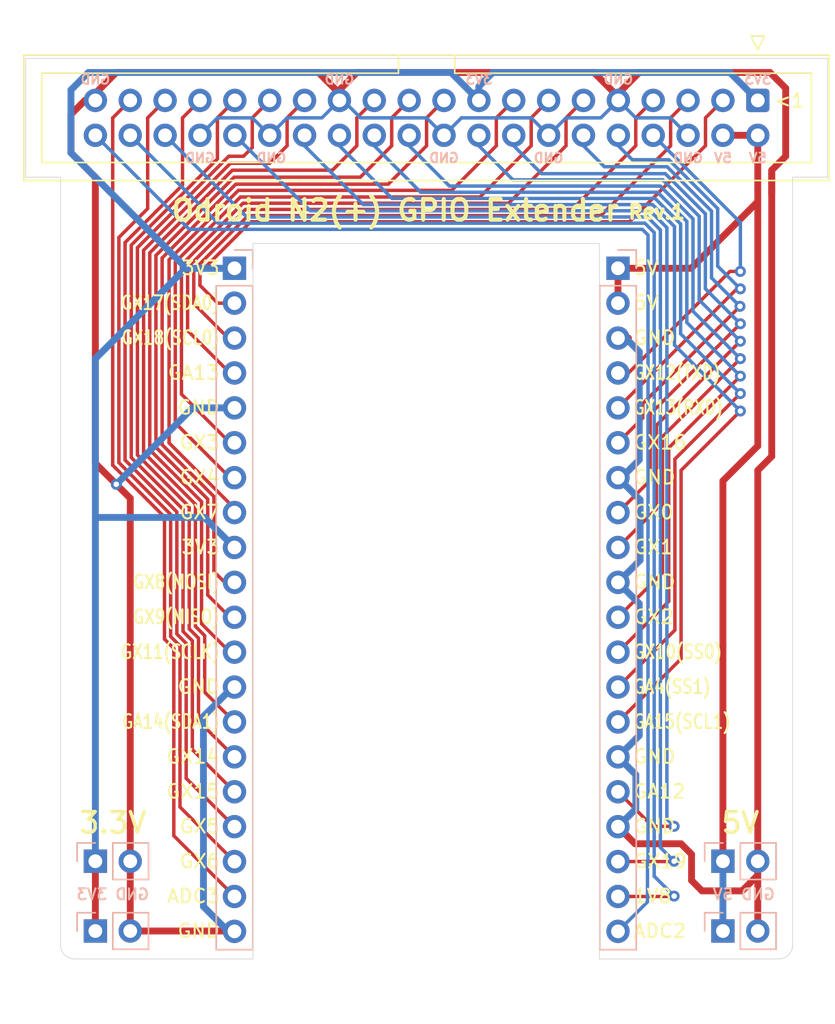
<source format=kicad_pcb>
(kicad_pcb (version 20171130) (host pcbnew "(5.1.9)-1")

  (general
    (thickness 1.6)
    (drawings 73)
    (tracks 377)
    (zones 0)
    (modules 7)
    (nets 32)
  )

  (page A4)
  (layers
    (0 F.Cu signal)
    (31 B.Cu signal)
    (32 B.Adhes user)
    (33 F.Adhes user)
    (34 B.Paste user)
    (35 F.Paste user)
    (36 B.SilkS user)
    (37 F.SilkS user)
    (38 B.Mask user)
    (39 F.Mask user)
    (40 Dwgs.User user)
    (41 Cmts.User user)
    (42 Eco1.User user)
    (43 Eco2.User user)
    (44 Edge.Cuts user)
    (45 Margin user)
    (46 B.CrtYd user)
    (47 F.CrtYd user)
    (48 B.Fab user)
    (49 F.Fab user)
  )

  (setup
    (last_trace_width 0.25)
    (trace_clearance 0.2)
    (zone_clearance 0.508)
    (zone_45_only no)
    (trace_min 0.2)
    (via_size 0.8)
    (via_drill 0.4)
    (via_min_size 0.4)
    (via_min_drill 0.3)
    (uvia_size 0.3)
    (uvia_drill 0.1)
    (uvias_allowed no)
    (uvia_min_size 0.2)
    (uvia_min_drill 0.1)
    (edge_width 0.05)
    (segment_width 0.2)
    (pcb_text_width 0.3)
    (pcb_text_size 1.5 1.5)
    (mod_edge_width 0.12)
    (mod_text_size 1 1)
    (mod_text_width 0.15)
    (pad_size 1.524 1.524)
    (pad_drill 0.762)
    (pad_to_mask_clearance 0)
    (aux_axis_origin 0 0)
    (grid_origin 164.084 88.9)
    (visible_elements 7FFFFFFF)
    (pcbplotparams
      (layerselection 0x010fc_ffffffff)
      (usegerberextensions false)
      (usegerberattributes true)
      (usegerberadvancedattributes true)
      (creategerberjobfile true)
      (excludeedgelayer true)
      (linewidth 0.100000)
      (plotframeref false)
      (viasonmask false)
      (mode 1)
      (useauxorigin false)
      (hpglpennumber 1)
      (hpglpenspeed 20)
      (hpglpendiameter 15.000000)
      (psnegative false)
      (psa4output false)
      (plotreference true)
      (plotvalue true)
      (plotinvisibletext false)
      (padsonsilk false)
      (subtractmaskfromsilk false)
      (outputformat 1)
      (mirror false)
      (drillshape 0)
      (scaleselection 1)
      (outputdirectory "gerber/"))
  )

  (net 0 "")
  (net 1 "Net-(J1-Pad3)")
  (net 2 "Net-(J1-Pad5)")
  (net 3 "Net-(J1-Pad7)")
  (net 4 "Net-(J1-Pad8)")
  (net 5 "Net-(J1-Pad10)")
  (net 6 "Net-(J1-Pad11)")
  (net 7 "Net-(J1-Pad12)")
  (net 8 "Net-(J1-Pad13)")
  (net 9 "Net-(J1-Pad15)")
  (net 10 "Net-(J1-Pad16)")
  (net 11 "Net-(J1-Pad18)")
  (net 12 "Net-(J1-Pad19)")
  (net 13 "Net-(J1-Pad21)")
  (net 14 "Net-(J1-Pad22)")
  (net 15 "Net-(J1-Pad23)")
  (net 16 "Net-(J1-Pad24)")
  (net 17 "Net-(J1-Pad26)")
  (net 18 "Net-(J1-Pad27)")
  (net 19 "Net-(J1-Pad28)")
  (net 20 "Net-(J1-Pad29)")
  (net 21 "Net-(J1-Pad31)")
  (net 22 "Net-(J1-Pad32)")
  (net 23 "Net-(J1-Pad33)")
  (net 24 "Net-(J1-Pad35)")
  (net 25 "Net-(J1-Pad36)")
  (net 26 "Net-(J1-Pad37)")
  (net 27 "Net-(J1-Pad38)")
  (net 28 "Net-(J1-Pad40)")
  (net 29 +3V3)
  (net 30 +5V)
  (net 31 GND)

  (net_class Default "This is the default net class."
    (clearance 0.2)
    (trace_width 0.25)
    (via_dia 0.8)
    (via_drill 0.4)
    (uvia_dia 0.3)
    (uvia_drill 0.1)
    (add_net +3V3)
    (add_net +5V)
    (add_net GND)
    (add_net "Net-(J1-Pad10)")
    (add_net "Net-(J1-Pad11)")
    (add_net "Net-(J1-Pad12)")
    (add_net "Net-(J1-Pad13)")
    (add_net "Net-(J1-Pad15)")
    (add_net "Net-(J1-Pad16)")
    (add_net "Net-(J1-Pad18)")
    (add_net "Net-(J1-Pad19)")
    (add_net "Net-(J1-Pad21)")
    (add_net "Net-(J1-Pad22)")
    (add_net "Net-(J1-Pad23)")
    (add_net "Net-(J1-Pad24)")
    (add_net "Net-(J1-Pad26)")
    (add_net "Net-(J1-Pad27)")
    (add_net "Net-(J1-Pad28)")
    (add_net "Net-(J1-Pad29)")
    (add_net "Net-(J1-Pad3)")
    (add_net "Net-(J1-Pad31)")
    (add_net "Net-(J1-Pad32)")
    (add_net "Net-(J1-Pad33)")
    (add_net "Net-(J1-Pad35)")
    (add_net "Net-(J1-Pad36)")
    (add_net "Net-(J1-Pad37)")
    (add_net "Net-(J1-Pad38)")
    (add_net "Net-(J1-Pad40)")
    (add_net "Net-(J1-Pad5)")
    (add_net "Net-(J1-Pad7)")
    (add_net "Net-(J1-Pad8)")
  )

  (module Connector_PinHeader_2.54mm:PinHeader_1x02_P2.54mm_Vertical (layer B.Cu) (tedit 59FED5CC) (tstamp 61FD4CEE)
    (at 184.404 127 270)
    (descr "Through hole straight pin header, 1x02, 2.54mm pitch, single row")
    (tags "Through hole pin header THT 1x02 2.54mm single row")
    (path /61F64304)
    (fp_text reference J7 (at 0 2.33 270) (layer B.SilkS) hide
      (effects (font (size 1 1) (thickness 0.15)) (justify mirror))
    )
    (fp_text value Conn_01x02_Male (at 0 -4.87 270) (layer B.Fab)
      (effects (font (size 1 1) (thickness 0.15)) (justify mirror))
    )
    (fp_line (start -0.635 1.27) (end 1.27 1.27) (layer B.Fab) (width 0.1))
    (fp_line (start 1.27 1.27) (end 1.27 -3.81) (layer B.Fab) (width 0.1))
    (fp_line (start 1.27 -3.81) (end -1.27 -3.81) (layer B.Fab) (width 0.1))
    (fp_line (start -1.27 -3.81) (end -1.27 0.635) (layer B.Fab) (width 0.1))
    (fp_line (start -1.27 0.635) (end -0.635 1.27) (layer B.Fab) (width 0.1))
    (fp_line (start -1.33 -3.87) (end 1.33 -3.87) (layer B.SilkS) (width 0.12))
    (fp_line (start -1.33 -1.27) (end -1.33 -3.87) (layer B.SilkS) (width 0.12))
    (fp_line (start 1.33 -1.27) (end 1.33 -3.87) (layer B.SilkS) (width 0.12))
    (fp_line (start -1.33 -1.27) (end 1.33 -1.27) (layer B.SilkS) (width 0.12))
    (fp_line (start -1.33 0) (end -1.33 1.33) (layer B.SilkS) (width 0.12))
    (fp_line (start -1.33 1.33) (end 0 1.33) (layer B.SilkS) (width 0.12))
    (fp_line (start -1.8 1.8) (end -1.8 -4.35) (layer B.CrtYd) (width 0.05))
    (fp_line (start -1.8 -4.35) (end 1.8 -4.35) (layer B.CrtYd) (width 0.05))
    (fp_line (start 1.8 -4.35) (end 1.8 1.8) (layer B.CrtYd) (width 0.05))
    (fp_line (start 1.8 1.8) (end -1.8 1.8) (layer B.CrtYd) (width 0.05))
    (fp_text user %R (at 0 -1.27) (layer B.Fab)
      (effects (font (size 1 1) (thickness 0.15)) (justify mirror))
    )
    (pad 2 thru_hole oval (at 0 -2.54 270) (size 1.7 1.7) (drill 1) (layers *.Cu *.Mask)
      (net 31 GND))
    (pad 1 thru_hole rect (at 0 0 270) (size 1.7 1.7) (drill 1) (layers *.Cu *.Mask)
      (net 30 +5V))
    (model ${KISYS3DMOD}/Connector_PinHeader_2.54mm.3dshapes/PinHeader_1x02_P2.54mm_Vertical.wrl
      (at (xyz 0 0 0))
      (scale (xyz 1 1 1))
      (rotate (xyz 0 0 0))
    )
  )

  (module Connector_PinHeader_2.54mm:PinHeader_1x02_P2.54mm_Vertical (layer B.Cu) (tedit 59FED5CC) (tstamp 61FD4AEA)
    (at 138.684 127 270)
    (descr "Through hole straight pin header, 1x02, 2.54mm pitch, single row")
    (tags "Through hole pin header THT 1x02 2.54mm single row")
    (path /61F69E35)
    (fp_text reference J6 (at 0 2.33 270) (layer B.SilkS) hide
      (effects (font (size 1 1) (thickness 0.15)) (justify mirror))
    )
    (fp_text value Conn_01x02_Male (at 0 -4.87 270) (layer B.Fab)
      (effects (font (size 1 1) (thickness 0.15)) (justify mirror))
    )
    (fp_line (start 1.8 1.8) (end -1.8 1.8) (layer B.CrtYd) (width 0.05))
    (fp_line (start 1.8 -4.35) (end 1.8 1.8) (layer B.CrtYd) (width 0.05))
    (fp_line (start -1.8 -4.35) (end 1.8 -4.35) (layer B.CrtYd) (width 0.05))
    (fp_line (start -1.8 1.8) (end -1.8 -4.35) (layer B.CrtYd) (width 0.05))
    (fp_line (start -1.33 1.33) (end 0 1.33) (layer B.SilkS) (width 0.12))
    (fp_line (start -1.33 0) (end -1.33 1.33) (layer B.SilkS) (width 0.12))
    (fp_line (start -1.33 -1.27) (end 1.33 -1.27) (layer B.SilkS) (width 0.12))
    (fp_line (start 1.33 -1.27) (end 1.33 -3.87) (layer B.SilkS) (width 0.12))
    (fp_line (start -1.33 -1.27) (end -1.33 -3.87) (layer B.SilkS) (width 0.12))
    (fp_line (start -1.33 -3.87) (end 1.33 -3.87) (layer B.SilkS) (width 0.12))
    (fp_line (start -1.27 0.635) (end -0.635 1.27) (layer B.Fab) (width 0.1))
    (fp_line (start -1.27 -3.81) (end -1.27 0.635) (layer B.Fab) (width 0.1))
    (fp_line (start 1.27 -3.81) (end -1.27 -3.81) (layer B.Fab) (width 0.1))
    (fp_line (start 1.27 1.27) (end 1.27 -3.81) (layer B.Fab) (width 0.1))
    (fp_line (start -0.635 1.27) (end 1.27 1.27) (layer B.Fab) (width 0.1))
    (fp_text user %R (at 0 -1.27) (layer B.Fab)
      (effects (font (size 1 1) (thickness 0.15)) (justify mirror))
    )
    (pad 1 thru_hole rect (at 0 0 270) (size 1.7 1.7) (drill 1) (layers *.Cu *.Mask)
      (net 29 +3V3))
    (pad 2 thru_hole oval (at 0 -2.54 270) (size 1.7 1.7) (drill 1) (layers *.Cu *.Mask)
      (net 31 GND))
    (model ${KISYS3DMOD}/Connector_PinHeader_2.54mm.3dshapes/PinHeader_1x02_P2.54mm_Vertical.wrl
      (at (xyz 0 0 0))
      (scale (xyz 1 1 1))
      (rotate (xyz 0 0 0))
    )
  )

  (module Connector_IDC:IDC-Header_2x20_P2.54mm_Vertical (layer F.Cu) (tedit 5EAC9A07) (tstamp 61C22734)
    (at 186.944 66.548 270)
    (descr "Through hole IDC box header, 2x20, 2.54mm pitch, DIN 41651 / IEC 60603-13, double rows, https://docs.google.com/spreadsheets/d/16SsEcesNF15N3Lb4niX7dcUr-NY5_MFPQhobNuNppn4/edit#gid=0")
    (tags "Through hole vertical IDC box header THT 2x20 2.54mm double row")
    (path /61AD718A)
    (fp_text reference J1 (at 1.27 -6.1 90) (layer F.SilkS) hide
      (effects (font (size 1 1) (thickness 0.15)))
    )
    (fp_text value Conn_02x20_Odd_Even (at 1.27 54.36 90) (layer F.Fab)
      (effects (font (size 1 1) (thickness 0.15)))
    )
    (fp_line (start -3.18 -4.1) (end -2.18 -5.1) (layer F.Fab) (width 0.1))
    (fp_line (start -2.18 -5.1) (end 5.72 -5.1) (layer F.Fab) (width 0.1))
    (fp_line (start 5.72 -5.1) (end 5.72 53.36) (layer F.Fab) (width 0.1))
    (fp_line (start 5.72 53.36) (end -3.18 53.36) (layer F.Fab) (width 0.1))
    (fp_line (start -3.18 53.36) (end -3.18 -4.1) (layer F.Fab) (width 0.1))
    (fp_line (start -3.18 22.08) (end -1.98 22.08) (layer F.Fab) (width 0.1))
    (fp_line (start -1.98 22.08) (end -1.98 -3.91) (layer F.Fab) (width 0.1))
    (fp_line (start -1.98 -3.91) (end 4.52 -3.91) (layer F.Fab) (width 0.1))
    (fp_line (start 4.52 -3.91) (end 4.52 52.17) (layer F.Fab) (width 0.1))
    (fp_line (start 4.52 52.17) (end -1.98 52.17) (layer F.Fab) (width 0.1))
    (fp_line (start -1.98 52.17) (end -1.98 26.18) (layer F.Fab) (width 0.1))
    (fp_line (start -1.98 26.18) (end -1.98 26.18) (layer F.Fab) (width 0.1))
    (fp_line (start -1.98 26.18) (end -3.18 26.18) (layer F.Fab) (width 0.1))
    (fp_line (start -3.29 -5.21) (end 5.83 -5.21) (layer F.SilkS) (width 0.12))
    (fp_line (start 5.83 -5.21) (end 5.83 53.47) (layer F.SilkS) (width 0.12))
    (fp_line (start 5.83 53.47) (end -3.29 53.47) (layer F.SilkS) (width 0.12))
    (fp_line (start -3.29 53.47) (end -3.29 -5.21) (layer F.SilkS) (width 0.12))
    (fp_line (start -3.29 22.08) (end -1.98 22.08) (layer F.SilkS) (width 0.12))
    (fp_line (start -1.98 22.08) (end -1.98 -3.91) (layer F.SilkS) (width 0.12))
    (fp_line (start -1.98 -3.91) (end 4.52 -3.91) (layer F.SilkS) (width 0.12))
    (fp_line (start 4.52 -3.91) (end 4.52 52.17) (layer F.SilkS) (width 0.12))
    (fp_line (start 4.52 52.17) (end -1.98 52.17) (layer F.SilkS) (width 0.12))
    (fp_line (start -1.98 52.17) (end -1.98 26.18) (layer F.SilkS) (width 0.12))
    (fp_line (start -1.98 26.18) (end -1.98 26.18) (layer F.SilkS) (width 0.12))
    (fp_line (start -1.98 26.18) (end -3.29 26.18) (layer F.SilkS) (width 0.12))
    (fp_line (start -3.68 0) (end -4.68 -0.5) (layer F.SilkS) (width 0.12))
    (fp_line (start -4.68 -0.5) (end -4.68 0.5) (layer F.SilkS) (width 0.12))
    (fp_line (start -4.68 0.5) (end -3.68 0) (layer F.SilkS) (width 0.12))
    (fp_line (start -3.68 -5.6) (end -3.68 53.86) (layer F.CrtYd) (width 0.05))
    (fp_line (start -3.68 53.86) (end 6.22 53.86) (layer F.CrtYd) (width 0.05))
    (fp_line (start 6.22 53.86) (end 6.22 -5.6) (layer F.CrtYd) (width 0.05))
    (fp_line (start 6.22 -5.6) (end -3.68 -5.6) (layer F.CrtYd) (width 0.05))
    (fp_text user %R (at 1.27 24.13) (layer F.Fab)
      (effects (font (size 1 1) (thickness 0.15)))
    )
    (pad 40 thru_hole circle (at 2.54 48.26 270) (size 1.7 1.7) (drill 1) (layers *.Cu *.Mask)
      (net 28 "Net-(J1-Pad40)"))
    (pad 38 thru_hole circle (at 2.54 45.72 270) (size 1.7 1.7) (drill 1) (layers *.Cu *.Mask)
      (net 27 "Net-(J1-Pad38)"))
    (pad 36 thru_hole circle (at 2.54 43.18 270) (size 1.7 1.7) (drill 1) (layers *.Cu *.Mask)
      (net 25 "Net-(J1-Pad36)"))
    (pad 34 thru_hole circle (at 2.54 40.64 270) (size 1.7 1.7) (drill 1) (layers *.Cu *.Mask)
      (net 31 GND))
    (pad 32 thru_hole circle (at 2.54 38.1 270) (size 1.7 1.7) (drill 1) (layers *.Cu *.Mask)
      (net 22 "Net-(J1-Pad32)"))
    (pad 30 thru_hole circle (at 2.54 35.56 270) (size 1.7 1.7) (drill 1) (layers *.Cu *.Mask)
      (net 31 GND))
    (pad 28 thru_hole circle (at 2.54 33.02 270) (size 1.7 1.7) (drill 1) (layers *.Cu *.Mask)
      (net 19 "Net-(J1-Pad28)"))
    (pad 26 thru_hole circle (at 2.54 30.48 270) (size 1.7 1.7) (drill 1) (layers *.Cu *.Mask)
      (net 17 "Net-(J1-Pad26)"))
    (pad 24 thru_hole circle (at 2.54 27.94 270) (size 1.7 1.7) (drill 1) (layers *.Cu *.Mask)
      (net 16 "Net-(J1-Pad24)"))
    (pad 22 thru_hole circle (at 2.54 25.4 270) (size 1.7 1.7) (drill 1) (layers *.Cu *.Mask)
      (net 14 "Net-(J1-Pad22)"))
    (pad 20 thru_hole circle (at 2.54 22.86 270) (size 1.7 1.7) (drill 1) (layers *.Cu *.Mask)
      (net 31 GND))
    (pad 18 thru_hole circle (at 2.54 20.32 270) (size 1.7 1.7) (drill 1) (layers *.Cu *.Mask)
      (net 11 "Net-(J1-Pad18)"))
    (pad 16 thru_hole circle (at 2.54 17.78 270) (size 1.7 1.7) (drill 1) (layers *.Cu *.Mask)
      (net 10 "Net-(J1-Pad16)"))
    (pad 14 thru_hole circle (at 2.54 15.24 270) (size 1.7 1.7) (drill 1) (layers *.Cu *.Mask)
      (net 31 GND))
    (pad 12 thru_hole circle (at 2.54 12.7 270) (size 1.7 1.7) (drill 1) (layers *.Cu *.Mask)
      (net 7 "Net-(J1-Pad12)"))
    (pad 10 thru_hole circle (at 2.54 10.16 270) (size 1.7 1.7) (drill 1) (layers *.Cu *.Mask)
      (net 5 "Net-(J1-Pad10)"))
    (pad 8 thru_hole circle (at 2.54 7.62 270) (size 1.7 1.7) (drill 1) (layers *.Cu *.Mask)
      (net 4 "Net-(J1-Pad8)"))
    (pad 6 thru_hole circle (at 2.54 5.08 270) (size 1.7 1.7) (drill 1) (layers *.Cu *.Mask)
      (net 31 GND))
    (pad 4 thru_hole circle (at 2.54 2.54 270) (size 1.7 1.7) (drill 1) (layers *.Cu *.Mask)
      (net 30 +5V))
    (pad 2 thru_hole circle (at 2.54 0 270) (size 1.7 1.7) (drill 1) (layers *.Cu *.Mask)
      (net 30 +5V))
    (pad 39 thru_hole circle (at 0 48.26 270) (size 1.7 1.7) (drill 1) (layers *.Cu *.Mask)
      (net 31 GND))
    (pad 37 thru_hole circle (at 0 45.72 270) (size 1.7 1.7) (drill 1) (layers *.Cu *.Mask)
      (net 26 "Net-(J1-Pad37)"))
    (pad 35 thru_hole circle (at 0 43.18 270) (size 1.7 1.7) (drill 1) (layers *.Cu *.Mask)
      (net 24 "Net-(J1-Pad35)"))
    (pad 33 thru_hole circle (at 0 40.64 270) (size 1.7 1.7) (drill 1) (layers *.Cu *.Mask)
      (net 23 "Net-(J1-Pad33)"))
    (pad 31 thru_hole circle (at 0 38.1 270) (size 1.7 1.7) (drill 1) (layers *.Cu *.Mask)
      (net 21 "Net-(J1-Pad31)"))
    (pad 29 thru_hole circle (at 0 35.56 270) (size 1.7 1.7) (drill 1) (layers *.Cu *.Mask)
      (net 20 "Net-(J1-Pad29)"))
    (pad 27 thru_hole circle (at 0 33.02 270) (size 1.7 1.7) (drill 1) (layers *.Cu *.Mask)
      (net 18 "Net-(J1-Pad27)"))
    (pad 25 thru_hole circle (at 0 30.48 270) (size 1.7 1.7) (drill 1) (layers *.Cu *.Mask)
      (net 31 GND))
    (pad 23 thru_hole circle (at 0 27.94 270) (size 1.7 1.7) (drill 1) (layers *.Cu *.Mask)
      (net 15 "Net-(J1-Pad23)"))
    (pad 21 thru_hole circle (at 0 25.4 270) (size 1.7 1.7) (drill 1) (layers *.Cu *.Mask)
      (net 13 "Net-(J1-Pad21)"))
    (pad 19 thru_hole circle (at 0 22.86 270) (size 1.7 1.7) (drill 1) (layers *.Cu *.Mask)
      (net 12 "Net-(J1-Pad19)"))
    (pad 17 thru_hole circle (at 0 20.32 270) (size 1.7 1.7) (drill 1) (layers *.Cu *.Mask)
      (net 29 +3V3))
    (pad 15 thru_hole circle (at 0 17.78 270) (size 1.7 1.7) (drill 1) (layers *.Cu *.Mask)
      (net 9 "Net-(J1-Pad15)"))
    (pad 13 thru_hole circle (at 0 15.24 270) (size 1.7 1.7) (drill 1) (layers *.Cu *.Mask)
      (net 8 "Net-(J1-Pad13)"))
    (pad 11 thru_hole circle (at 0 12.7 270) (size 1.7 1.7) (drill 1) (layers *.Cu *.Mask)
      (net 6 "Net-(J1-Pad11)"))
    (pad 9 thru_hole circle (at 0 10.16 270) (size 1.7 1.7) (drill 1) (layers *.Cu *.Mask)
      (net 31 GND))
    (pad 7 thru_hole circle (at 0 7.62 270) (size 1.7 1.7) (drill 1) (layers *.Cu *.Mask)
      (net 3 "Net-(J1-Pad7)"))
    (pad 5 thru_hole circle (at 0 5.08 270) (size 1.7 1.7) (drill 1) (layers *.Cu *.Mask)
      (net 2 "Net-(J1-Pad5)"))
    (pad 3 thru_hole circle (at 0 2.54 270) (size 1.7 1.7) (drill 1) (layers *.Cu *.Mask)
      (net 1 "Net-(J1-Pad3)"))
    (pad 1 thru_hole roundrect (at 0 0 270) (size 1.7 1.7) (drill 1) (layers *.Cu *.Mask) (roundrect_rratio 0.1470588235294118)
      (net 29 +3V3))
    (model ${KISYS3DMOD}/Connector_IDC.3dshapes/IDC-Header_2x20_P2.54mm_Vertical.wrl
      (at (xyz 0 0 0))
      (scale (xyz 1 1 1))
      (rotate (xyz 0 0 0))
    )
  )

  (module Connector_PinHeader_2.54mm:PinHeader_1x20_P2.54mm_Vertical (layer B.Cu) (tedit 59FED5CC) (tstamp 61AD42E6)
    (at 148.8186 78.7654 180)
    (descr "Through hole straight pin header, 1x20, 2.54mm pitch, single row")
    (tags "Through hole pin header THT 1x20 2.54mm single row")
    (path /61ACE575)
    (fp_text reference J2 (at 0 2.33) (layer B.SilkS) hide
      (effects (font (size 1 1) (thickness 0.15)) (justify mirror))
    )
    (fp_text value Conn_01x20_Male (at -2.8194 -21.8186 270) (layer B.Fab)
      (effects (font (size 1 1) (thickness 0.15)) (justify mirror))
    )
    (fp_line (start -0.635 1.27) (end 1.27 1.27) (layer B.Fab) (width 0.1))
    (fp_line (start 1.27 1.27) (end 1.27 -49.53) (layer B.Fab) (width 0.1))
    (fp_line (start 1.27 -49.53) (end -1.27 -49.53) (layer B.Fab) (width 0.1))
    (fp_line (start -1.27 -49.53) (end -1.27 0.635) (layer B.Fab) (width 0.1))
    (fp_line (start -1.27 0.635) (end -0.635 1.27) (layer B.Fab) (width 0.1))
    (fp_line (start -1.33 -49.59) (end 1.33 -49.59) (layer B.SilkS) (width 0.12))
    (fp_line (start -1.33 -1.27) (end -1.33 -49.59) (layer B.SilkS) (width 0.12))
    (fp_line (start 1.33 -1.27) (end 1.33 -49.59) (layer B.SilkS) (width 0.12))
    (fp_line (start -1.33 -1.27) (end 1.33 -1.27) (layer B.SilkS) (width 0.12))
    (fp_line (start -1.33 0) (end -1.33 1.33) (layer B.SilkS) (width 0.12))
    (fp_line (start -1.33 1.33) (end 0 1.33) (layer B.SilkS) (width 0.12))
    (fp_line (start -1.8 1.8) (end -1.8 -50.05) (layer B.CrtYd) (width 0.05))
    (fp_line (start -1.8 -50.05) (end 1.8 -50.05) (layer B.CrtYd) (width 0.05))
    (fp_line (start 1.8 -50.05) (end 1.8 1.8) (layer B.CrtYd) (width 0.05))
    (fp_line (start 1.8 1.8) (end -1.8 1.8) (layer B.CrtYd) (width 0.05))
    (fp_text user %R (at 0 -24.13 270) (layer B.Fab)
      (effects (font (size 1 1) (thickness 0.15)) (justify mirror))
    )
    (pad 1 thru_hole rect (at 0 0 180) (size 1.7 1.7) (drill 1) (layers *.Cu *.Mask)
      (net 29 +3V3))
    (pad 2 thru_hole oval (at 0 -2.54 180) (size 1.7 1.7) (drill 1) (layers *.Cu *.Mask)
      (net 1 "Net-(J1-Pad3)"))
    (pad 3 thru_hole oval (at 0 -5.08 180) (size 1.7 1.7) (drill 1) (layers *.Cu *.Mask)
      (net 2 "Net-(J1-Pad5)"))
    (pad 4 thru_hole oval (at 0 -7.62 180) (size 1.7 1.7) (drill 1) (layers *.Cu *.Mask)
      (net 3 "Net-(J1-Pad7)"))
    (pad 5 thru_hole oval (at 0 -10.16 180) (size 1.7 1.7) (drill 1) (layers *.Cu *.Mask)
      (net 31 GND))
    (pad 6 thru_hole oval (at 0 -12.7 180) (size 1.7 1.7) (drill 1) (layers *.Cu *.Mask)
      (net 6 "Net-(J1-Pad11)"))
    (pad 7 thru_hole oval (at 0 -15.24 180) (size 1.7 1.7) (drill 1) (layers *.Cu *.Mask)
      (net 8 "Net-(J1-Pad13)"))
    (pad 8 thru_hole oval (at 0 -17.78 180) (size 1.7 1.7) (drill 1) (layers *.Cu *.Mask)
      (net 9 "Net-(J1-Pad15)"))
    (pad 9 thru_hole oval (at 0 -20.32 180) (size 1.7 1.7) (drill 1) (layers *.Cu *.Mask)
      (net 29 +3V3))
    (pad 10 thru_hole oval (at 0 -22.86 180) (size 1.7 1.7) (drill 1) (layers *.Cu *.Mask)
      (net 12 "Net-(J1-Pad19)"))
    (pad 11 thru_hole oval (at 0 -25.4 180) (size 1.7 1.7) (drill 1) (layers *.Cu *.Mask)
      (net 13 "Net-(J1-Pad21)"))
    (pad 12 thru_hole oval (at 0 -27.94 180) (size 1.7 1.7) (drill 1) (layers *.Cu *.Mask)
      (net 15 "Net-(J1-Pad23)"))
    (pad 13 thru_hole oval (at 0 -30.48 180) (size 1.7 1.7) (drill 1) (layers *.Cu *.Mask)
      (net 31 GND))
    (pad 14 thru_hole oval (at 0 -33.02 180) (size 1.7 1.7) (drill 1) (layers *.Cu *.Mask)
      (net 18 "Net-(J1-Pad27)"))
    (pad 15 thru_hole oval (at 0 -35.56 180) (size 1.7 1.7) (drill 1) (layers *.Cu *.Mask)
      (net 20 "Net-(J1-Pad29)"))
    (pad 16 thru_hole oval (at 0 -38.1 180) (size 1.7 1.7) (drill 1) (layers *.Cu *.Mask)
      (net 21 "Net-(J1-Pad31)"))
    (pad 17 thru_hole oval (at 0 -40.64 180) (size 1.7 1.7) (drill 1) (layers *.Cu *.Mask)
      (net 23 "Net-(J1-Pad33)"))
    (pad 18 thru_hole oval (at 0 -43.18 180) (size 1.7 1.7) (drill 1) (layers *.Cu *.Mask)
      (net 24 "Net-(J1-Pad35)"))
    (pad 19 thru_hole oval (at 0 -45.72 180) (size 1.7 1.7) (drill 1) (layers *.Cu *.Mask)
      (net 26 "Net-(J1-Pad37)"))
    (pad 20 thru_hole oval (at 0 -48.26 180) (size 1.7 1.7) (drill 1) (layers *.Cu *.Mask)
      (net 31 GND))
    (model ${KISYS3DMOD}/Connector_PinHeader_2.54mm.3dshapes/PinHeader_1x20_P2.54mm_Vertical.wrl
      (at (xyz 0 0 0))
      (scale (xyz 1 1 1))
      (rotate (xyz 0 0 0))
    )
  )

  (module Connector_PinHeader_2.54mm:PinHeader_1x20_P2.54mm_Vertical (layer B.Cu) (tedit 59FED5CC) (tstamp 61AD430E)
    (at 176.7586 78.7654 180)
    (descr "Through hole straight pin header, 1x20, 2.54mm pitch, single row")
    (tags "Through hole pin header THT 1x20 2.54mm single row")
    (path /61AD19C1)
    (fp_text reference J3 (at 0 2.33) (layer B.SilkS) hide
      (effects (font (size 1 1) (thickness 0.15)) (justify mirror))
    )
    (fp_text value Conn_01x20_Male (at 3.0226 -22.0726 90) (layer B.Fab)
      (effects (font (size 1 1) (thickness 0.15)) (justify mirror))
    )
    (fp_line (start 1.8 1.8) (end -1.8 1.8) (layer B.CrtYd) (width 0.05))
    (fp_line (start 1.8 -50.05) (end 1.8 1.8) (layer B.CrtYd) (width 0.05))
    (fp_line (start -1.8 -50.05) (end 1.8 -50.05) (layer B.CrtYd) (width 0.05))
    (fp_line (start -1.8 1.8) (end -1.8 -50.05) (layer B.CrtYd) (width 0.05))
    (fp_line (start -1.33 1.33) (end 0 1.33) (layer B.SilkS) (width 0.12))
    (fp_line (start -1.33 0) (end -1.33 1.33) (layer B.SilkS) (width 0.12))
    (fp_line (start -1.33 -1.27) (end 1.33 -1.27) (layer B.SilkS) (width 0.12))
    (fp_line (start 1.33 -1.27) (end 1.33 -49.59) (layer B.SilkS) (width 0.12))
    (fp_line (start -1.33 -1.27) (end -1.33 -49.59) (layer B.SilkS) (width 0.12))
    (fp_line (start -1.33 -49.59) (end 1.33 -49.59) (layer B.SilkS) (width 0.12))
    (fp_line (start -1.27 0.635) (end -0.635 1.27) (layer B.Fab) (width 0.1))
    (fp_line (start -1.27 -49.53) (end -1.27 0.635) (layer B.Fab) (width 0.1))
    (fp_line (start 1.27 -49.53) (end -1.27 -49.53) (layer B.Fab) (width 0.1))
    (fp_line (start 1.27 1.27) (end 1.27 -49.53) (layer B.Fab) (width 0.1))
    (fp_line (start -0.635 1.27) (end 1.27 1.27) (layer B.Fab) (width 0.1))
    (fp_text user %R (at 0 -24.13 270) (layer B.Fab)
      (effects (font (size 1 1) (thickness 0.15)) (justify mirror))
    )
    (pad 20 thru_hole oval (at 0 -48.26 180) (size 1.7 1.7) (drill 1) (layers *.Cu *.Mask)
      (net 28 "Net-(J1-Pad40)"))
    (pad 19 thru_hole oval (at 0 -45.72 180) (size 1.7 1.7) (drill 1) (layers *.Cu *.Mask)
      (net 27 "Net-(J1-Pad38)"))
    (pad 18 thru_hole oval (at 0 -43.18 180) (size 1.7 1.7) (drill 1) (layers *.Cu *.Mask)
      (net 25 "Net-(J1-Pad36)"))
    (pad 17 thru_hole oval (at 0 -40.64 180) (size 1.7 1.7) (drill 1) (layers *.Cu *.Mask)
      (net 31 GND))
    (pad 16 thru_hole oval (at 0 -38.1 180) (size 1.7 1.7) (drill 1) (layers *.Cu *.Mask)
      (net 22 "Net-(J1-Pad32)"))
    (pad 15 thru_hole oval (at 0 -35.56 180) (size 1.7 1.7) (drill 1) (layers *.Cu *.Mask)
      (net 31 GND))
    (pad 14 thru_hole oval (at 0 -33.02 180) (size 1.7 1.7) (drill 1) (layers *.Cu *.Mask)
      (net 19 "Net-(J1-Pad28)"))
    (pad 13 thru_hole oval (at 0 -30.48 180) (size 1.7 1.7) (drill 1) (layers *.Cu *.Mask)
      (net 17 "Net-(J1-Pad26)"))
    (pad 12 thru_hole oval (at 0 -27.94 180) (size 1.7 1.7) (drill 1) (layers *.Cu *.Mask)
      (net 16 "Net-(J1-Pad24)"))
    (pad 11 thru_hole oval (at 0 -25.4 180) (size 1.7 1.7) (drill 1) (layers *.Cu *.Mask)
      (net 14 "Net-(J1-Pad22)"))
    (pad 10 thru_hole oval (at 0 -22.86 180) (size 1.7 1.7) (drill 1) (layers *.Cu *.Mask)
      (net 31 GND))
    (pad 9 thru_hole oval (at 0 -20.32 180) (size 1.7 1.7) (drill 1) (layers *.Cu *.Mask)
      (net 11 "Net-(J1-Pad18)"))
    (pad 8 thru_hole oval (at 0 -17.78 180) (size 1.7 1.7) (drill 1) (layers *.Cu *.Mask)
      (net 10 "Net-(J1-Pad16)"))
    (pad 7 thru_hole oval (at 0 -15.24 180) (size 1.7 1.7) (drill 1) (layers *.Cu *.Mask)
      (net 31 GND))
    (pad 6 thru_hole oval (at 0 -12.7 180) (size 1.7 1.7) (drill 1) (layers *.Cu *.Mask)
      (net 7 "Net-(J1-Pad12)"))
    (pad 5 thru_hole oval (at 0 -10.16 180) (size 1.7 1.7) (drill 1) (layers *.Cu *.Mask)
      (net 5 "Net-(J1-Pad10)"))
    (pad 4 thru_hole oval (at 0 -7.62 180) (size 1.7 1.7) (drill 1) (layers *.Cu *.Mask)
      (net 4 "Net-(J1-Pad8)"))
    (pad 3 thru_hole oval (at 0 -5.08 180) (size 1.7 1.7) (drill 1) (layers *.Cu *.Mask)
      (net 31 GND))
    (pad 2 thru_hole oval (at 0 -2.54 180) (size 1.7 1.7) (drill 1) (layers *.Cu *.Mask)
      (net 30 +5V))
    (pad 1 thru_hole rect (at 0 0 180) (size 1.7 1.7) (drill 1) (layers *.Cu *.Mask)
      (net 30 +5V))
    (model ${KISYS3DMOD}/Connector_PinHeader_2.54mm.3dshapes/PinHeader_1x20_P2.54mm_Vertical.wrl
      (at (xyz 0 0 0))
      (scale (xyz 1 1 1))
      (rotate (xyz 0 0 0))
    )
  )

  (module Connector_PinHeader_2.54mm:PinHeader_1x02_P2.54mm_Vertical (layer B.Cu) (tedit 59FED5CC) (tstamp 61FD4C36)
    (at 138.684 121.92 270)
    (descr "Through hole straight pin header, 1x02, 2.54mm pitch, single row")
    (tags "Through hole pin header THT 1x02 2.54mm single row")
    (path /61AF385B)
    (fp_text reference J4 (at 0 2.33 270) (layer B.SilkS) hide
      (effects (font (size 1 1) (thickness 0.15)) (justify mirror))
    )
    (fp_text value Conn_01x02_Male (at 3.0226 -0.6604 180) (layer B.Fab)
      (effects (font (size 1 1) (thickness 0.15)) (justify mirror))
    )
    (fp_line (start -0.635 1.27) (end 1.27 1.27) (layer B.Fab) (width 0.1))
    (fp_line (start 1.27 1.27) (end 1.27 -3.81) (layer B.Fab) (width 0.1))
    (fp_line (start 1.27 -3.81) (end -1.27 -3.81) (layer B.Fab) (width 0.1))
    (fp_line (start -1.27 -3.81) (end -1.27 0.635) (layer B.Fab) (width 0.1))
    (fp_line (start -1.27 0.635) (end -0.635 1.27) (layer B.Fab) (width 0.1))
    (fp_line (start -1.33 -3.87) (end 1.33 -3.87) (layer B.SilkS) (width 0.12))
    (fp_line (start -1.33 -1.27) (end -1.33 -3.87) (layer B.SilkS) (width 0.12))
    (fp_line (start 1.33 -1.27) (end 1.33 -3.87) (layer B.SilkS) (width 0.12))
    (fp_line (start -1.33 -1.27) (end 1.33 -1.27) (layer B.SilkS) (width 0.12))
    (fp_line (start -1.33 0) (end -1.33 1.33) (layer B.SilkS) (width 0.12))
    (fp_line (start -1.33 1.33) (end 0 1.33) (layer B.SilkS) (width 0.12))
    (fp_line (start -1.8 1.8) (end -1.8 -4.35) (layer B.CrtYd) (width 0.05))
    (fp_line (start -1.8 -4.35) (end 1.8 -4.35) (layer B.CrtYd) (width 0.05))
    (fp_line (start 1.8 -4.35) (end 1.8 1.8) (layer B.CrtYd) (width 0.05))
    (fp_line (start 1.8 1.8) (end -1.8 1.8) (layer B.CrtYd) (width 0.05))
    (fp_text user %R (at 0 -1.27) (layer B.Fab)
      (effects (font (size 1 1) (thickness 0.15)) (justify mirror))
    )
    (pad 1 thru_hole rect (at 0 0 270) (size 1.7 1.7) (drill 1) (layers *.Cu *.Mask)
      (net 29 +3V3))
    (pad 2 thru_hole oval (at 0 -2.54 270) (size 1.7 1.7) (drill 1) (layers *.Cu *.Mask)
      (net 31 GND))
    (model ${KISYS3DMOD}/Connector_PinHeader_2.54mm.3dshapes/PinHeader_1x02_P2.54mm_Vertical.wrl
      (at (xyz 0 0 0))
      (scale (xyz 1 1 1))
      (rotate (xyz 0 0 0))
    )
  )

  (module Connector_PinHeader_2.54mm:PinHeader_1x02_P2.54mm_Vertical (layer B.Cu) (tedit 59FED5CC) (tstamp 61FD4CA9)
    (at 184.404 121.92 270)
    (descr "Through hole straight pin header, 1x02, 2.54mm pitch, single row")
    (tags "Through hole pin header THT 1x02 2.54mm single row")
    (path /61AF4FE7)
    (fp_text reference J5 (at 0 2.33 270) (layer B.SilkS) hide
      (effects (font (size 1 1) (thickness 0.15)) (justify mirror))
    )
    (fp_text value Conn_01x02_Male (at -3.0226 0.0254 180) (layer B.Fab)
      (effects (font (size 1 1) (thickness 0.15)) (justify mirror))
    )
    (fp_line (start -0.635 1.27) (end 1.27 1.27) (layer B.Fab) (width 0.1))
    (fp_line (start 1.27 1.27) (end 1.27 -3.81) (layer B.Fab) (width 0.1))
    (fp_line (start 1.27 -3.81) (end -1.27 -3.81) (layer B.Fab) (width 0.1))
    (fp_line (start -1.27 -3.81) (end -1.27 0.635) (layer B.Fab) (width 0.1))
    (fp_line (start -1.27 0.635) (end -0.635 1.27) (layer B.Fab) (width 0.1))
    (fp_line (start -1.33 -3.87) (end 1.33 -3.87) (layer B.SilkS) (width 0.12))
    (fp_line (start -1.33 -1.27) (end -1.33 -3.87) (layer B.SilkS) (width 0.12))
    (fp_line (start 1.33 -1.27) (end 1.33 -3.87) (layer B.SilkS) (width 0.12))
    (fp_line (start -1.33 -1.27) (end 1.33 -1.27) (layer B.SilkS) (width 0.12))
    (fp_line (start -1.33 0) (end -1.33 1.33) (layer B.SilkS) (width 0.12))
    (fp_line (start -1.33 1.33) (end 0 1.33) (layer B.SilkS) (width 0.12))
    (fp_line (start -1.8 1.8) (end -1.8 -4.35) (layer B.CrtYd) (width 0.05))
    (fp_line (start -1.8 -4.35) (end 1.8 -4.35) (layer B.CrtYd) (width 0.05))
    (fp_line (start 1.8 -4.35) (end 1.8 1.8) (layer B.CrtYd) (width 0.05))
    (fp_line (start 1.8 1.8) (end -1.8 1.8) (layer B.CrtYd) (width 0.05))
    (fp_text user %R (at 2.54 0) (layer B.Fab)
      (effects (font (size 1 1) (thickness 0.15)) (justify mirror))
    )
    (pad 1 thru_hole rect (at 0 0 270) (size 1.7 1.7) (drill 1) (layers *.Cu *.Mask)
      (net 30 +5V))
    (pad 2 thru_hole oval (at 0 -2.54 270) (size 1.7 1.7) (drill 1) (layers *.Cu *.Mask)
      (net 31 GND))
    (model ${KISYS3DMOD}/Connector_PinHeader_2.54mm.3dshapes/PinHeader_1x02_P2.54mm_Vertical.wrl
      (at (xyz 0 0 0))
      (scale (xyz 1 1 1))
      (rotate (xyz 0 0 0))
    )
  )

  (gr_text <1 (at 189.23 66.548) (layer F.SilkS)
    (effects (font (size 1 1) (thickness 0.15)))
  )
  (gr_text GND (at 181.864 70.739) (layer B.SilkS) (tstamp 61E9F953)
    (effects (font (size 0.7 0.7) (thickness 0.15)) (justify mirror))
  )
  (gr_text GND (at 171.704 70.739) (layer B.SilkS) (tstamp 61E9F80F)
    (effects (font (size 0.7 0.7) (thickness 0.15)) (justify mirror))
  )
  (gr_text 3V3 (at 166.624 65.024) (layer B.SilkS) (tstamp 61E9F2BC)
    (effects (font (size 0.7 0.7) (thickness 0.15)) (justify mirror))
  )
  (gr_text GND (at 156.464 65.024) (layer B.SilkS) (tstamp 61E9F2B5)
    (effects (font (size 0.7 0.7) (thickness 0.15)) (justify mirror))
  )
  (gr_text GND (at 138.684 65.024) (layer B.SilkS) (tstamp 61E9F2B5)
    (effects (font (size 0.7 0.7) (thickness 0.15)) (justify mirror))
  )
  (gr_text GND (at 146.304 70.739) (layer B.SilkS) (tstamp 61E9F568)
    (effects (font (size 0.7 0.7) (thickness 0.15)) (justify mirror))
  )
  (gr_text GND (at 151.511 70.739) (layer B.SilkS) (tstamp 61E9F558)
    (effects (font (size 0.7 0.7) (thickness 0.15)) (justify mirror))
  )
  (gr_text GND (at 164.084 70.739) (layer B.SilkS) (tstamp 61E9F56F)
    (effects (font (size 0.7 0.7) (thickness 0.15)) (justify mirror))
  )
  (gr_text GND (at 176.784 65.024) (layer B.SilkS) (tstamp 61E9F12D)
    (effects (font (size 0.7 0.7) (thickness 0.15)) (justify mirror))
  )
  (gr_text 3V3 (at 186.944 65.024) (layer B.SilkS) (tstamp 61E9F12D)
    (effects (font (size 0.7 0.7) (thickness 0.15)) (justify mirror))
  )
  (gr_text 5V (at 184.404 70.739) (layer B.SilkS) (tstamp 61E9F12D)
    (effects (font (size 0.7 0.7) (thickness 0.15)) (justify mirror))
  )
  (gr_text 5V (at 186.944 70.739) (layer B.SilkS)
    (effects (font (size 0.7 0.7) (thickness 0.15)) (justify mirror))
  )
  (gr_text "GND 3V3" (at 139.954 124.333) (layer B.SilkS) (tstamp 61FD4AD3)
    (effects (font (size 0.8 0.8) (thickness 0.15)) (justify mirror))
  )
  (gr_text "GND 5V" (at 185.928 124.333) (layer B.SilkS) (tstamp 61FD4CD7)
    (effects (font (size 0.8 0.8) (thickness 0.15)) (justify mirror))
  )
  (gr_text GND (at 147.828 127) (layer F.SilkS) (tstamp 61B23B1E)
    (effects (font (size 1 1) (thickness 0.15)) (justify right))
  )
  (gr_text ADC3 (at 147.828 124.46) (layer F.SilkS) (tstamp 61B23B1E)
    (effects (font (size 1 1) (thickness 0.15)) (justify right))
  )
  (gr_text GX6 (at 147.828 121.92) (layer F.SilkS) (tstamp 61B23B1E)
    (effects (font (size 1 1) (thickness 0.15)) (justify right))
  )
  (gr_text GX5 (at 147.828 119.38) (layer F.SilkS) (tstamp 61B23B1E)
    (effects (font (size 1 1) (thickness 0.15)) (justify right))
  )
  (gr_text GX15 (at 147.828 116.84) (layer F.SilkS) (tstamp 61B3AB06)
    (effects (font (size 1 1) (thickness 0.15)) (justify right))
  )
  (gr_text GX14 (at 147.828 114.3) (layer F.SilkS) (tstamp 61B23B1E)
    (effects (font (size 1 1) (thickness 0.15)) (justify right))
  )
  (gr_text "GA14(SDA1)" (at 147.828 111.76) (layer F.SilkS) (tstamp 61B23B1E)
    (effects (font (size 1 0.8) (thickness 0.15)) (justify right))
  )
  (gr_text 3V3 (at 147.828 78.74) (layer F.SilkS) (tstamp 61B23B1E)
    (effects (font (size 1 1) (thickness 0.15)) (justify right))
  )
  (gr_text "GX17(SDA0)" (at 147.828 81.28) (layer F.SilkS) (tstamp 61B23B1E)
    (effects (font (size 1 0.8) (thickness 0.15)) (justify right))
  )
  (gr_text "GX18(SCL0)" (at 147.828 83.82) (layer F.SilkS) (tstamp 61B23B1E)
    (effects (font (size 1 0.8) (thickness 0.15)) (justify right))
  )
  (gr_text GA13 (at 147.828 86.36) (layer F.SilkS) (tstamp 61B23B1E)
    (effects (font (size 1 1) (thickness 0.15)) (justify right))
  )
  (gr_text GND (at 147.828 88.9) (layer F.SilkS) (tstamp 61B23B1E)
    (effects (font (size 1 1) (thickness 0.15)) (justify right))
  )
  (gr_text GX3 (at 147.828 91.44) (layer F.SilkS) (tstamp 61B23B1E)
    (effects (font (size 1 1) (thickness 0.15)) (justify right))
  )
  (gr_text GX4 (at 147.828 93.98) (layer F.SilkS) (tstamp 61B23B1E)
    (effects (font (size 1 1) (thickness 0.15)) (justify right))
  )
  (gr_text GX7 (at 147.828 96.52) (layer F.SilkS) (tstamp 61B23B1E)
    (effects (font (size 1 1) (thickness 0.15)) (justify right))
  )
  (gr_text 3V3 (at 147.828 99.06) (layer F.SilkS) (tstamp 61B23B1E)
    (effects (font (size 1 1) (thickness 0.15)) (justify right))
  )
  (gr_text "GX8(MOSI)" (at 147.828 101.6) (layer F.SilkS) (tstamp 61B23B1E)
    (effects (font (size 1 0.8) (thickness 0.15)) (justify right))
  )
  (gr_text "GX9(MISO)" (at 147.828 104.14) (layer F.SilkS) (tstamp 61B23B1E)
    (effects (font (size 1 0.8) (thickness 0.15)) (justify right))
  )
  (gr_text "GX11(SCLK)" (at 147.828 106.68) (layer F.SilkS) (tstamp 61B23B1E)
    (effects (font (size 1 0.8) (thickness 0.15)) (justify right))
  )
  (gr_text GND (at 147.828 109.22) (layer F.SilkS) (tstamp 61B23B1E)
    (effects (font (size 1 1) (thickness 0.15)) (justify right))
  )
  (gr_text ADC2 (at 177.8 127) (layer F.SilkS) (tstamp 61B23171)
    (effects (font (size 1 1) (thickness 0.15)) (justify left))
  )
  (gr_text 1V8 (at 177.8 124.46) (layer F.SilkS) (tstamp 61B23171)
    (effects (font (size 1 1) (thickness 0.15)) (justify left))
  )
  (gr_text GX19 (at 177.8 121.92) (layer F.SilkS) (tstamp 61B23171)
    (effects (font (size 1 1) (thickness 0.15)) (justify left))
  )
  (gr_text GND (at 177.8 119.38) (layer F.SilkS) (tstamp 61B23171)
    (effects (font (size 1 1) (thickness 0.15)) (justify left))
  )
  (gr_text GA12 (at 177.8 116.84) (layer F.SilkS) (tstamp 61B23171)
    (effects (font (size 1 1) (thickness 0.15)) (justify left))
  )
  (gr_text GND (at 177.8 114.3) (layer F.SilkS) (tstamp 61B23171)
    (effects (font (size 1 1) (thickness 0.15)) (justify left))
  )
  (gr_text "GA15(SCL1)" (at 177.8 111.76) (layer F.SilkS) (tstamp 61B23171)
    (effects (font (size 1 0.8) (thickness 0.15)) (justify left))
  )
  (gr_text "GA4(SS1)" (at 177.8 109.22) (layer F.SilkS) (tstamp 61B23171)
    (effects (font (size 1 0.8) (thickness 0.15)) (justify left))
  )
  (gr_text "GX10(SS0)" (at 177.8 106.68) (layer F.SilkS) (tstamp 61B23171)
    (effects (font (size 1 0.8) (thickness 0.15)) (justify left))
  )
  (gr_text GX2 (at 177.8 104.14) (layer F.SilkS) (tstamp 61B23171)
    (effects (font (size 1 1) (thickness 0.15)) (justify left))
  )
  (gr_text GND (at 177.8 101.6) (layer F.SilkS) (tstamp 61B235DA)
    (effects (font (size 1 1) (thickness 0.15)) (justify left))
  )
  (gr_text GX1 (at 177.8 99.06) (layer F.SilkS) (tstamp 61B23171)
    (effects (font (size 1 1) (thickness 0.15)) (justify left))
  )
  (gr_text GX0 (at 177.8 96.52) (layer F.SilkS) (tstamp 61B23171)
    (effects (font (size 1 1) (thickness 0.15)) (justify left))
  )
  (gr_text GND (at 177.8 93.98) (layer F.SilkS) (tstamp 61B2325A)
    (effects (font (size 1 1) (thickness 0.15)) (justify left))
  )
  (gr_text GX16 (at 177.8 91.44) (layer F.SilkS) (tstamp 61B23171)
    (effects (font (size 1 1) (thickness 0.15)) (justify left))
  )
  (gr_text "GX13(RXD)" (at 177.8 88.9) (layer F.SilkS) (tstamp 61B235E8)
    (effects (font (size 1 0.8) (thickness 0.15)) (justify left))
  )
  (gr_text "GX12(TXD)" (at 177.8 86.36) (layer F.SilkS) (tstamp 61B235C9)
    (effects (font (size 1 0.8) (thickness 0.15)) (justify left))
  )
  (gr_text GND (at 177.8 83.82) (layer F.SilkS) (tstamp 61B23171)
    (effects (font (size 1 1) (thickness 0.15)) (justify left))
  )
  (gr_text 5V (at 177.8 81.28) (layer F.SilkS) (tstamp 61B231CE)
    (effects (font (size 1 1) (thickness 0.15)) (justify left))
  )
  (gr_text 5V (at 177.8 78.74) (layer F.SilkS) (tstamp 61B23483)
    (effects (font (size 1 1) (thickness 0.15)) (justify left))
  )
  (gr_arc (start 137.16 128.016) (end 136.144 128.016) (angle -90) (layer Edge.Cuts) (width 0.05) (tstamp 61FD459C))
  (gr_arc (start 188.468 128.016) (end 188.468 129.032) (angle -90) (layer Edge.Cuts) (width 0.05))
  (gr_line (start 189.484 72.136) (end 189.484 128.016) (layer Edge.Cuts) (width 0.05))
  (gr_line (start 189.484 72.136) (end 192.024 72.136) (layer Edge.Cuts) (width 0.05) (tstamp 61C22692))
  (gr_line (start 136.144 72.136) (end 136.144 128.016) (layer Edge.Cuts) (width 0.05))
  (gr_line (start 136.144 72.136) (end 133.604 72.136) (layer Edge.Cuts) (width 0.05) (tstamp 61C2269B))
  (gr_text Rev.1 (at 179.578 74.676) (layer F.SilkS)
    (effects (font (size 1 1) (thickness 0.25)))
  )
  (gr_text "Odroid N2(+) GPIO Extender" (at 160.528 74.549) (layer F.SilkS)
    (effects (font (size 1.5 1.5) (thickness 0.3)))
  )
  (gr_text 5V (at 185.674 119.126) (layer F.SilkS) (tstamp 61FD4CD4)
    (effects (font (size 1.5 1.5) (thickness 0.25)))
  )
  (gr_text 3.3V (at 139.954 119.126) (layer F.SilkS) (tstamp 61FD4AD0)
    (effects (font (size 1.5 1.5) (thickness 0.25)))
  )
  (gr_line (start 150.1648 129.032) (end 150.1648 76.962) (layer Edge.Cuts) (width 0.05) (tstamp 61AD6011))
  (gr_line (start 137.16 129.032) (end 150.1648 129.032) (layer Edge.Cuts) (width 0.05))
  (gr_line (start 133.604 63.5) (end 133.604 72.136) (layer Edge.Cuts) (width 0.05) (tstamp 61C22698))
  (gr_line (start 192.024 63.5) (end 133.604 63.5) (layer Edge.Cuts) (width 0.05) (tstamp 61C22695))
  (gr_line (start 192.024 72.136) (end 192.024 63.5) (layer Edge.Cuts) (width 0.05) (tstamp 61C2269E))
  (gr_line (start 175.4124 129.032) (end 188.468 129.032) (layer Edge.Cuts) (width 0.05))
  (gr_line (start 175.4124 76.962) (end 175.4124 129.032) (layer Edge.Cuts) (width 0.05))
  (gr_line (start 150.1648 76.962) (end 175.4124 76.962) (layer Edge.Cuts) (width 0.05))

  (segment (start 177.59424 75.380011) (end 183.134 69.840251) (width 0.25) (layer F.Cu) (net 1))
  (segment (start 149.999122 75.380011) (end 177.59424 75.380011) (width 0.25) (layer F.Cu) (net 1))
  (segment (start 146.304 79.075133) (end 149.999122 75.380011) (width 0.25) (layer F.Cu) (net 1))
  (segment (start 146.304 80.01) (end 146.304 79.075133) (width 0.25) (layer F.Cu) (net 1))
  (segment (start 147.5994 81.3054) (end 146.304 80.01) (width 0.25) (layer F.Cu) (net 1))
  (segment (start 148.8186 81.3054) (end 147.5994 81.3054) (width 0.25) (layer F.Cu) (net 1))
  (segment (start 183.134 67.818) (end 184.404 66.548) (width 0.25) (layer F.Cu) (net 1))
  (segment (start 183.134 69.840251) (end 183.134 67.818) (width 0.25) (layer F.Cu) (net 1))
  (segment (start 175.514 74.93) (end 180.594 69.85) (width 0.25) (layer F.Cu) (net 2))
  (segment (start 149.812722 74.93) (end 175.514 74.93) (width 0.25) (layer F.Cu) (net 2))
  (segment (start 145.853989 78.888733) (end 149.812722 74.93) (width 0.25) (layer F.Cu) (net 2))
  (segment (start 145.853989 81.337989) (end 145.853989 78.888733) (width 0.25) (layer F.Cu) (net 2))
  (segment (start 148.3614 83.8454) (end 145.853989 81.337989) (width 0.25) (layer F.Cu) (net 2))
  (segment (start 148.8186 83.8454) (end 148.3614 83.8454) (width 0.25) (layer F.Cu) (net 2))
  (segment (start 180.594 67.818) (end 181.864 66.548) (width 0.25) (layer F.Cu) (net 2))
  (segment (start 180.594 69.85) (end 180.594 67.818) (width 0.25) (layer F.Cu) (net 2))
  (segment (start 148.8186 86.3854) (end 148.4884 86.3854) (width 0.25) (layer F.Cu) (net 3))
  (segment (start 148.4884 86.3854) (end 145.403978 83.300978) (width 0.25) (layer F.Cu) (net 3))
  (segment (start 145.403978 83.300978) (end 145.403978 78.702333) (width 0.25) (layer F.Cu) (net 3))
  (segment (start 173.424011 74.479989) (end 178.054 69.85) (width 0.25) (layer F.Cu) (net 3))
  (segment (start 178.054 67.818) (end 179.324 66.548) (width 0.25) (layer F.Cu) (net 3))
  (segment (start 145.403978 78.702333) (end 149.626322 74.479989) (width 0.25) (layer F.Cu) (net 3))
  (segment (start 178.054 69.85) (end 178.054 67.818) (width 0.25) (layer F.Cu) (net 3))
  (segment (start 149.626322 74.479989) (end 173.424011 74.479989) (width 0.25) (layer F.Cu) (net 3))
  (via (at 185.674 78.994) (size 0.8) (drill 0.4) (layers F.Cu B.Cu) (net 4))
  (segment (start 184.912 78.994) (end 185.674 78.994) (width 0.25) (layer F.Cu) (net 4))
  (segment (start 177.5206 86.3854) (end 184.912 78.994) (width 0.25) (layer F.Cu) (net 4))
  (segment (start 176.7586 86.3854) (end 177.5206 86.3854) (width 0.25) (layer F.Cu) (net 4))
  (segment (start 179.324 69.088) (end 179.324 69.596) (width 0.25) (layer B.Cu) (net 4))
  (segment (start 185.674 75.438) (end 185.674 78.994) (width 0.25) (layer B.Cu) (net 4))
  (segment (start 179.324 69.088) (end 185.674 75.438) (width 0.25) (layer B.Cu) (net 4))
  (via (at 185.674 80.264) (size 0.8) (drill 0.4) (layers F.Cu B.Cu) (net 5))
  (segment (start 176.784 69.088) (end 177.292 69.088) (width 0.25) (layer B.Cu) (net 5) (tstamp 61C22659))
  (segment (start 176.7586 88.9254) (end 185.42 80.264) (width 0.25) (layer F.Cu) (net 5))
  (segment (start 185.42 80.264) (end 185.674 80.264) (width 0.25) (layer F.Cu) (net 5))
  (segment (start 176.784 69.088) (end 176.784 69.469) (width 0.25) (layer B.Cu) (net 5))
  (segment (start 184.023 78.613) (end 185.674 80.264) (width 0.25) (layer B.Cu) (net 5))
  (segment (start 184.023 74.42341) (end 184.023 78.613) (width 0.25) (layer B.Cu) (net 5))
  (segment (start 180.46559 70.866) (end 184.023 74.42341) (width 0.25) (layer B.Cu) (net 5))
  (segment (start 177.8 70.866) (end 180.46559 70.866) (width 0.25) (layer B.Cu) (net 5))
  (segment (start 176.784 69.85) (end 177.8 70.866) (width 0.25) (layer B.Cu) (net 5))
  (segment (start 176.784 69.088) (end 176.784 69.85) (width 0.25) (layer B.Cu) (net 5))
  (segment (start 149.439922 74.029978) (end 168.794022 74.029978) (width 0.25) (layer F.Cu) (net 6))
  (segment (start 144.953967 78.515933) (end 149.439922 74.029978) (width 0.25) (layer F.Cu) (net 6))
  (segment (start 168.794022 74.029978) (end 172.974 69.85) (width 0.25) (layer F.Cu) (net 6))
  (segment (start 144.953967 87.930967) (end 144.953967 78.515933) (width 0.25) (layer F.Cu) (net 6))
  (segment (start 148.4884 91.4654) (end 144.953967 87.930967) (width 0.25) (layer F.Cu) (net 6))
  (segment (start 148.8186 91.4654) (end 148.4884 91.4654) (width 0.25) (layer F.Cu) (net 6))
  (segment (start 172.974 67.818) (end 174.244 66.548) (width 0.25) (layer F.Cu) (net 6))
  (segment (start 172.974 69.85) (end 172.974 67.818) (width 0.25) (layer F.Cu) (net 6))
  (via (at 185.645498 81.534) (size 0.8) (drill 0.4) (layers F.Cu B.Cu) (net 7))
  (segment (start 178.562 88.617498) (end 185.645498 81.534) (width 0.25) (layer F.Cu) (net 7))
  (segment (start 178.562 89.662) (end 178.562 88.617498) (width 0.25) (layer F.Cu) (net 7))
  (segment (start 176.7586 91.4654) (end 178.562 89.662) (width 0.25) (layer F.Cu) (net 7))
  (segment (start 174.244 69.088) (end 174.244 69.469) (width 0.25) (layer B.Cu) (net 7))
  (segment (start 183.572989 74.609809) (end 183.572989 79.461491) (width 0.25) (layer B.Cu) (net 7))
  (segment (start 183.572989 79.461491) (end 185.645498 81.534) (width 0.25) (layer B.Cu) (net 7))
  (segment (start 180.33718 71.374) (end 183.572989 74.609809) (width 0.25) (layer B.Cu) (net 7))
  (segment (start 175.768 71.374) (end 180.33718 71.374) (width 0.25) (layer B.Cu) (net 7))
  (segment (start 174.244 69.85) (end 175.768 71.374) (width 0.25) (layer B.Cu) (net 7))
  (segment (start 174.244 69.088) (end 174.244 69.85) (width 0.25) (layer B.Cu) (net 7))
  (segment (start 166.704033 73.579967) (end 170.434 69.85) (width 0.25) (layer F.Cu) (net 8))
  (segment (start 149.253522 73.579967) (end 166.704033 73.579967) (width 0.25) (layer F.Cu) (net 8))
  (segment (start 144.503956 78.329533) (end 149.253522 73.579967) (width 0.25) (layer F.Cu) (net 8))
  (segment (start 144.503956 90.020956) (end 144.503956 78.329533) (width 0.25) (layer F.Cu) (net 8))
  (segment (start 148.4884 94.0054) (end 144.503956 90.020956) (width 0.25) (layer F.Cu) (net 8))
  (segment (start 148.8186 94.0054) (end 148.4884 94.0054) (width 0.25) (layer F.Cu) (net 8))
  (segment (start 170.434 67.818) (end 171.704 66.548) (width 0.25) (layer F.Cu) (net 8))
  (segment (start 170.434 69.85) (end 170.434 67.818) (width 0.25) (layer F.Cu) (net 8))
  (segment (start 149.103067 73.094011) (end 164.649989 73.094011) (width 0.25) (layer F.Cu) (net 9))
  (segment (start 144.053945 78.143133) (end 149.103067 73.094011) (width 0.25) (layer F.Cu) (net 9))
  (segment (start 144.053945 91.475945) (end 144.053945 78.143133) (width 0.25) (layer F.Cu) (net 9))
  (segment (start 148.8186 96.2406) (end 144.053945 91.475945) (width 0.25) (layer F.Cu) (net 9))
  (segment (start 148.8186 96.5454) (end 148.8186 96.2406) (width 0.25) (layer F.Cu) (net 9))
  (segment (start 164.649989 73.094011) (end 167.894 69.85) (width 0.25) (layer F.Cu) (net 9))
  (segment (start 167.894 67.818) (end 169.164 66.548) (width 0.25) (layer F.Cu) (net 9))
  (segment (start 167.894 69.85) (end 167.894 67.818) (width 0.25) (layer F.Cu) (net 9))
  (via (at 185.674 82.804) (size 0.8) (drill 0.4) (layers F.Cu B.Cu) (net 10))
  (segment (start 181.356 87.122) (end 185.674 82.804) (width 0.25) (layer F.Cu) (net 10))
  (segment (start 179.105945 94.198055) (end 179.105945 89.372055) (width 0.25) (layer F.Cu) (net 10))
  (segment (start 176.7586 96.5454) (end 179.105945 94.198055) (width 0.25) (layer F.Cu) (net 10))
  (segment (start 179.105945 89.372055) (end 181.356 87.122) (width 0.25) (layer F.Cu) (net 10))
  (segment (start 169.164 69.088) (end 169.164 69.469) (width 0.25) (layer B.Cu) (net 10))
  (segment (start 183.122978 80.252978) (end 185.674 82.804) (width 0.25) (layer B.Cu) (net 10))
  (segment (start 183.122978 74.796209) (end 183.122978 80.252978) (width 0.25) (layer B.Cu) (net 10))
  (segment (start 180.208769 71.882) (end 183.122978 74.796209) (width 0.25) (layer B.Cu) (net 10))
  (segment (start 171.196 71.882) (end 180.208769 71.882) (width 0.25) (layer B.Cu) (net 10))
  (segment (start 169.164 69.85) (end 171.196 71.882) (width 0.25) (layer B.Cu) (net 10))
  (segment (start 169.164 69.088) (end 169.164 69.85) (width 0.25) (layer B.Cu) (net 10))
  (via (at 185.674 84.074) (size 0.8) (drill 0.4) (layers F.Cu B.Cu) (net 11))
  (segment (start 181.841956 87.906044) (end 185.674 84.074) (width 0.25) (layer F.Cu) (net 11))
  (segment (start 179.555956 90.192044) (end 181.841956 87.906044) (width 0.25) (layer F.Cu) (net 11))
  (segment (start 179.555956 96.288044) (end 179.555956 90.192044) (width 0.25) (layer F.Cu) (net 11))
  (segment (start 176.7586 99.0854) (end 179.555956 96.288044) (width 0.25) (layer F.Cu) (net 11))
  (segment (start 166.624 69.088) (end 166.624 69.469) (width 0.25) (layer B.Cu) (net 11))
  (segment (start 182.672967 81.072967) (end 185.674 84.074) (width 0.25) (layer B.Cu) (net 11))
  (segment (start 180.02237 72.332011) (end 182.672967 74.982608) (width 0.25) (layer B.Cu) (net 11))
  (segment (start 182.672967 74.982608) (end 182.672967 81.072967) (width 0.25) (layer B.Cu) (net 11))
  (segment (start 169.106011 72.332011) (end 180.02237 72.332011) (width 0.25) (layer B.Cu) (net 11))
  (segment (start 166.624 69.85) (end 169.106011 72.332011) (width 0.25) (layer B.Cu) (net 11))
  (segment (start 166.624 69.088) (end 166.624 69.85) (width 0.25) (layer B.Cu) (net 11))
  (segment (start 160.02 72.644) (end 162.814 69.85) (width 0.25) (layer F.Cu) (net 12))
  (segment (start 148.916667 72.644) (end 160.02 72.644) (width 0.25) (layer F.Cu) (net 12))
  (segment (start 143.546999 78.013667) (end 148.916667 72.644) (width 0.25) (layer F.Cu) (net 12))
  (segment (start 143.546999 91.605409) (end 143.546999 78.013667) (width 0.25) (layer F.Cu) (net 12))
  (segment (start 147.32 95.37841) (end 143.546999 91.605409) (width 0.25) (layer F.Cu) (net 12))
  (segment (start 148.1074 101.6254) (end 147.32 100.838) (width 0.25) (layer F.Cu) (net 12))
  (segment (start 147.32 100.838) (end 147.32 95.37841) (width 0.25) (layer F.Cu) (net 12))
  (segment (start 148.8186 101.6254) (end 148.1074 101.6254) (width 0.25) (layer F.Cu) (net 12))
  (segment (start 162.814 67.818) (end 164.084 66.548) (width 0.25) (layer F.Cu) (net 12))
  (segment (start 162.814 69.85) (end 162.814 67.818) (width 0.25) (layer F.Cu) (net 12))
  (segment (start 148.788255 72.136) (end 157.988 72.136) (width 0.25) (layer F.Cu) (net 13))
  (segment (start 143.096988 77.827267) (end 148.788255 72.136) (width 0.25) (layer F.Cu) (net 13))
  (segment (start 143.096988 91.791809) (end 143.096988 77.827267) (width 0.25) (layer F.Cu) (net 13))
  (segment (start 146.869989 95.56481) (end 143.096988 91.791809) (width 0.25) (layer F.Cu) (net 13))
  (segment (start 157.988 72.136) (end 160.274 69.85) (width 0.25) (layer F.Cu) (net 13))
  (segment (start 146.869989 102.546989) (end 146.869989 95.56481) (width 0.25) (layer F.Cu) (net 13))
  (segment (start 148.4884 104.1654) (end 146.869989 102.546989) (width 0.25) (layer F.Cu) (net 13))
  (segment (start 148.8186 104.1654) (end 148.4884 104.1654) (width 0.25) (layer F.Cu) (net 13))
  (segment (start 160.274 67.818) (end 161.544 66.548) (width 0.25) (layer F.Cu) (net 13))
  (segment (start 160.274 69.85) (end 160.274 67.818) (width 0.25) (layer F.Cu) (net 13))
  (via (at 185.673986 85.344) (size 0.8) (drill 0.4) (layers F.Cu B.Cu) (net 14))
  (segment (start 182.291967 88.726019) (end 185.673986 85.344) (width 0.25) (layer F.Cu) (net 14))
  (segment (start 176.7586 104.1654) (end 180.005967 100.918033) (width 0.25) (layer F.Cu) (net 14))
  (segment (start 180.005967 100.918033) (end 180.005967 91.012019) (width 0.25) (layer F.Cu) (net 14))
  (segment (start 180.005967 91.012019) (end 182.291967 88.726019) (width 0.25) (layer F.Cu) (net 14))
  (segment (start 182.222956 81.89297) (end 185.673986 85.344) (width 0.25) (layer B.Cu) (net 14))
  (segment (start 182.222956 75.169007) (end 182.222956 81.89297) (width 0.25) (layer B.Cu) (net 14))
  (segment (start 179.835971 72.782022) (end 182.222956 75.169007) (width 0.25) (layer B.Cu) (net 14))
  (segment (start 164.476022 72.782022) (end 179.835971 72.782022) (width 0.25) (layer B.Cu) (net 14))
  (segment (start 161.544 69.85) (end 164.476022 72.782022) (width 0.25) (layer B.Cu) (net 14))
  (segment (start 161.544 69.088) (end 161.544 69.85) (width 0.25) (layer B.Cu) (net 14))
  (segment (start 142.646977 77.640867) (end 148.659844 71.628) (width 0.25) (layer F.Cu) (net 15))
  (segment (start 148.659844 71.628) (end 155.956 71.628) (width 0.25) (layer F.Cu) (net 15))
  (segment (start 146.419978 95.75121) (end 142.646977 91.978209) (width 0.25) (layer F.Cu) (net 15))
  (segment (start 155.956 71.628) (end 157.734 69.85) (width 0.25) (layer F.Cu) (net 15))
  (segment (start 146.419978 104.636978) (end 146.419978 95.75121) (width 0.25) (layer F.Cu) (net 15))
  (segment (start 142.646977 91.978209) (end 142.646977 77.640867) (width 0.25) (layer F.Cu) (net 15))
  (segment (start 148.4884 106.7054) (end 146.419978 104.636978) (width 0.25) (layer F.Cu) (net 15))
  (segment (start 148.8186 106.7054) (end 148.4884 106.7054) (width 0.25) (layer F.Cu) (net 15))
  (segment (start 157.734 67.818) (end 159.004 66.548) (width 0.25) (layer F.Cu) (net 15))
  (segment (start 157.734 69.85) (end 157.734 67.818) (width 0.25) (layer F.Cu) (net 15))
  (via (at 185.674 86.614) (size 0.8) (drill 0.4) (layers F.Cu B.Cu) (net 16))
  (segment (start 180.594 91.694) (end 185.674 86.614) (width 0.25) (layer F.Cu) (net 16))
  (segment (start 180.455978 91.832022) (end 180.594 91.694) (width 0.25) (layer F.Cu) (net 16))
  (segment (start 180.455978 103.008022) (end 180.455978 91.832022) (width 0.25) (layer F.Cu) (net 16))
  (segment (start 176.7586 106.7054) (end 180.455978 103.008022) (width 0.25) (layer F.Cu) (net 16))
  (segment (start 181.772945 82.712945) (end 185.674 86.614) (width 0.25) (layer B.Cu) (net 16))
  (segment (start 181.772945 75.355407) (end 181.772945 82.712945) (width 0.25) (layer B.Cu) (net 16))
  (segment (start 179.649571 73.232033) (end 181.772945 75.355407) (width 0.25) (layer B.Cu) (net 16))
  (segment (start 162.386033 73.232033) (end 179.649571 73.232033) (width 0.25) (layer B.Cu) (net 16))
  (segment (start 159.004 69.85) (end 162.386033 73.232033) (width 0.25) (layer B.Cu) (net 16))
  (segment (start 159.004 69.088) (end 159.004 69.85) (width 0.25) (layer B.Cu) (net 16))
  (via (at 185.674 87.88401) (size 0.8) (drill 0.4) (layers F.Cu B.Cu) (net 17))
  (segment (start 180.905989 92.652021) (end 185.674 87.88401) (width 0.25) (layer F.Cu) (net 17))
  (segment (start 176.7586 109.2454) (end 180.905989 105.098011) (width 0.25) (layer F.Cu) (net 17))
  (segment (start 180.905989 105.098011) (end 180.905989 92.652021) (width 0.25) (layer F.Cu) (net 17))
  (segment (start 181.322934 83.532944) (end 185.274001 87.484011) (width 0.25) (layer B.Cu) (net 17))
  (segment (start 181.322934 75.541807) (end 181.322934 83.532944) (width 0.25) (layer B.Cu) (net 17))
  (segment (start 179.463171 73.682044) (end 181.322934 75.541807) (width 0.25) (layer B.Cu) (net 17))
  (segment (start 185.274001 87.484011) (end 185.674 87.88401) (width 0.25) (layer B.Cu) (net 17))
  (segment (start 160.296044 73.682044) (end 179.463171 73.682044) (width 0.25) (layer B.Cu) (net 17))
  (segment (start 156.464 69.85) (end 160.296044 73.682044) (width 0.25) (layer B.Cu) (net 17))
  (segment (start 156.464 69.088) (end 156.464 69.85) (width 0.25) (layer B.Cu) (net 17))
  (segment (start 142.196966 77.454467) (end 148.531434 71.12) (width 0.25) (layer F.Cu) (net 18))
  (segment (start 148.8186 111.7854) (end 146.649055 109.615855) (width 0.25) (layer F.Cu) (net 18))
  (segment (start 142.196966 92.164609) (end 142.196966 77.454467) (width 0.25) (layer F.Cu) (net 18))
  (segment (start 151.384 71.12) (end 152.654 69.85) (width 0.25) (layer F.Cu) (net 18))
  (segment (start 146.649055 105.502466) (end 145.969967 104.823378) (width 0.25) (layer F.Cu) (net 18))
  (segment (start 145.969967 95.93761) (end 142.196966 92.164609) (width 0.25) (layer F.Cu) (net 18))
  (segment (start 145.969967 104.823378) (end 145.969967 95.93761) (width 0.25) (layer F.Cu) (net 18))
  (segment (start 146.649055 109.615855) (end 146.649055 105.502466) (width 0.25) (layer F.Cu) (net 18))
  (segment (start 148.531434 71.12) (end 151.384 71.12) (width 0.25) (layer F.Cu) (net 18))
  (segment (start 152.654 67.818) (end 153.924 66.548) (width 0.25) (layer F.Cu) (net 18))
  (segment (start 152.654 69.85) (end 152.654 67.818) (width 0.25) (layer F.Cu) (net 18))
  (via (at 185.67401 89.154) (size 0.8) (drill 0.4) (layers F.Cu B.Cu) (net 19))
  (segment (start 181.356 93.47201) (end 185.67401 89.154) (width 0.25) (layer F.Cu) (net 19))
  (segment (start 181.356 107.188) (end 181.356 93.47201) (width 0.25) (layer F.Cu) (net 19))
  (segment (start 176.7586 111.7854) (end 181.356 107.188) (width 0.25) (layer F.Cu) (net 19))
  (segment (start 185.274011 88.754001) (end 185.67401 89.154) (width 0.25) (layer B.Cu) (net 19))
  (segment (start 180.872923 84.352913) (end 185.274011 88.754001) (width 0.25) (layer B.Cu) (net 19))
  (segment (start 180.872923 75.728207) (end 180.872923 84.352913) (width 0.25) (layer B.Cu) (net 19))
  (segment (start 179.276771 74.132055) (end 180.872923 75.728207) (width 0.25) (layer B.Cu) (net 19))
  (segment (start 158.206055 74.132055) (end 179.276771 74.132055) (width 0.25) (layer B.Cu) (net 19))
  (segment (start 153.924 69.85) (end 158.206055 74.132055) (width 0.25) (layer B.Cu) (net 19))
  (segment (start 153.924 69.088) (end 153.924 69.85) (width 0.25) (layer B.Cu) (net 19))
  (segment (start 145.519956 96.12401) (end 141.746955 92.351009) (width 0.25) (layer F.Cu) (net 20))
  (segment (start 146.199044 105.688865) (end 145.519956 105.009778) (width 0.25) (layer F.Cu) (net 20))
  (segment (start 148.403023 70.612) (end 149.479 70.612) (width 0.25) (layer F.Cu) (net 20))
  (segment (start 141.746955 77.268067) (end 148.403023 70.612) (width 0.25) (layer F.Cu) (net 20))
  (segment (start 141.746955 92.351009) (end 141.746955 77.268067) (width 0.25) (layer F.Cu) (net 20))
  (segment (start 145.519956 105.009778) (end 145.519956 96.12401) (width 0.25) (layer F.Cu) (net 20))
  (segment (start 148.8186 114.3254) (end 146.199044 111.705844) (width 0.25) (layer F.Cu) (net 20))
  (segment (start 146.199044 111.705844) (end 146.199044 105.688865) (width 0.25) (layer F.Cu) (net 20))
  (segment (start 149.479 70.612) (end 150.114 69.977) (width 0.25) (layer F.Cu) (net 20))
  (segment (start 150.114 67.818) (end 151.384 66.548) (width 0.25) (layer F.Cu) (net 20))
  (segment (start 150.114 69.977) (end 150.114 67.818) (width 0.25) (layer F.Cu) (net 20))
  (segment (start 145.069945 105.196178) (end 145.069945 96.31041) (width 0.25) (layer F.Cu) (net 21))
  (segment (start 145.069945 96.31041) (end 141.296944 92.537409) (width 0.25) (layer F.Cu) (net 21))
  (segment (start 141.296944 92.537409) (end 141.296944 77.081667) (width 0.25) (layer F.Cu) (net 21))
  (segment (start 141.296944 77.081667) (end 147.574 70.804613) (width 0.25) (layer F.Cu) (net 21))
  (segment (start 145.749033 113.795833) (end 145.749033 105.875266) (width 0.25) (layer F.Cu) (net 21))
  (segment (start 148.8186 116.8654) (end 145.749033 113.795833) (width 0.25) (layer F.Cu) (net 21))
  (segment (start 145.749033 105.875266) (end 145.069945 105.196178) (width 0.25) (layer F.Cu) (net 21))
  (segment (start 147.574 67.818) (end 148.844 66.548) (width 0.25) (layer F.Cu) (net 21))
  (segment (start 147.574 70.804613) (end 147.574 67.818) (width 0.25) (layer F.Cu) (net 21))
  (segment (start 148.844 69.088) (end 148.844 69.2785) (width 0.25) (layer B.Cu) (net 22))
  (segment (start 180.321001 75.812696) (end 180.321001 118.853001) (width 0.25) (layer B.Cu) (net 22))
  (segment (start 179.090371 74.582066) (end 180.321001 75.812696) (width 0.25) (layer B.Cu) (net 22))
  (segment (start 148.844 69.088) (end 154.338066 74.582066) (width 0.25) (layer B.Cu) (net 22))
  (segment (start 154.338066 74.582066) (end 179.090371 74.582066) (width 0.25) (layer B.Cu) (net 22))
  (segment (start 179.2732 119.38) (end 180.848 119.38) (width 0.25) (layer F.Cu) (net 22))
  (segment (start 176.7586 116.8654) (end 179.2732 119.38) (width 0.25) (layer F.Cu) (net 22))
  (segment (start 180.321001 118.853001) (end 180.848 119.38) (width 0.25) (layer B.Cu) (net 22))
  (via (at 180.848 119.38) (size 0.8) (drill 0.4) (layers F.Cu B.Cu) (net 22))
  (segment (start 145.034 67.818) (end 146.304 66.548) (width 0.25) (layer F.Cu) (net 23))
  (segment (start 145.034 72.708203) (end 145.034 67.818) (width 0.25) (layer F.Cu) (net 23))
  (segment (start 140.846933 76.89527) (end 145.034 72.708203) (width 0.25) (layer F.Cu) (net 23))
  (segment (start 140.846933 92.723809) (end 140.846933 76.89527) (width 0.25) (layer F.Cu) (net 23))
  (segment (start 144.619934 105.382578) (end 144.619934 96.49681) (width 0.25) (layer F.Cu) (net 23))
  (segment (start 144.619934 96.49681) (end 140.846933 92.723809) (width 0.25) (layer F.Cu) (net 23))
  (segment (start 145.299022 106.061665) (end 144.619934 105.382578) (width 0.25) (layer F.Cu) (net 23))
  (segment (start 145.299022 115.885822) (end 145.299022 106.061665) (width 0.25) (layer F.Cu) (net 23))
  (segment (start 148.8186 119.4054) (end 145.299022 115.885822) (width 0.25) (layer F.Cu) (net 23))
  (segment (start 142.494 67.818) (end 143.764 66.548) (width 0.25) (layer F.Cu) (net 24))
  (segment (start 142.494 74.422) (end 142.494 67.818) (width 0.25) (layer F.Cu) (net 24))
  (segment (start 140.396922 76.519078) (end 142.494 74.422) (width 0.25) (layer F.Cu) (net 24))
  (segment (start 140.396922 92.910209) (end 140.396922 76.519078) (width 0.25) (layer F.Cu) (net 24))
  (segment (start 144.169923 105.568978) (end 144.169923 96.68321) (width 0.25) (layer F.Cu) (net 24))
  (segment (start 144.849011 106.248066) (end 144.169923 105.568978) (width 0.25) (layer F.Cu) (net 24))
  (segment (start 144.169923 96.68321) (end 140.396922 92.910209) (width 0.25) (layer F.Cu) (net 24))
  (segment (start 144.849011 117.975811) (end 144.849011 106.248066) (width 0.25) (layer F.Cu) (net 24))
  (segment (start 148.8186 121.9454) (end 144.849011 117.975811) (width 0.25) (layer F.Cu) (net 24))
  (segment (start 176.7586 121.9454) (end 180.8226 121.9454) (width 0.25) (layer F.Cu) (net 25))
  (segment (start 143.764 69.088) (end 149.708077 75.032077) (width 0.25) (layer B.Cu) (net 25))
  (segment (start 149.708077 75.032077) (end 178.903971 75.032077) (width 0.25) (layer B.Cu) (net 25))
  (via (at 180.848 121.92) (size 0.8) (drill 0.4) (layers F.Cu B.Cu) (net 25))
  (segment (start 179.846007 75.974113) (end 179.846007 120.918007) (width 0.25) (layer B.Cu) (net 25))
  (segment (start 179.846007 120.918007) (end 180.848 121.92) (width 0.25) (layer B.Cu) (net 25))
  (segment (start 180.8226 121.9454) (end 180.848 121.92) (width 0.25) (layer F.Cu) (net 25))
  (segment (start 178.903971 75.032077) (end 179.846007 75.974113) (width 0.25) (layer B.Cu) (net 25))
  (segment (start 140.374001 67.397999) (end 141.224 66.548) (width 0.25) (layer F.Cu) (net 26))
  (segment (start 139.946911 67.825089) (end 140.374001 67.397999) (width 0.25) (layer F.Cu) (net 26))
  (segment (start 139.946911 67.825089) (end 139.954 67.818) (width 0.25) (layer F.Cu) (net 26))
  (segment (start 143.719912 96.86961) (end 139.946911 93.096609) (width 0.25) (layer F.Cu) (net 26))
  (segment (start 139.946911 93.096609) (end 139.946911 67.825089) (width 0.25) (layer F.Cu) (net 26))
  (segment (start 143.719912 105.755378) (end 143.719912 96.86961) (width 0.25) (layer F.Cu) (net 26))
  (segment (start 144.399 106.434465) (end 143.719912 105.755378) (width 0.25) (layer F.Cu) (net 26))
  (segment (start 144.399 120.0658) (end 144.399 106.434465) (width 0.25) (layer F.Cu) (net 26))
  (segment (start 148.8186 124.4854) (end 144.399 120.0658) (width 0.25) (layer F.Cu) (net 26))
  (via (at 180.848002 124.46) (size 0.8) (drill 0.4) (layers F.Cu B.Cu) (net 27))
  (segment (start 147.618089 75.482089) (end 178.717569 75.48209) (width 0.25) (layer B.Cu) (net 27))
  (segment (start 179.395996 76.160518) (end 179.395996 123.007994) (width 0.25) (layer B.Cu) (net 27))
  (segment (start 141.224 69.088) (end 147.618089 75.482089) (width 0.25) (layer B.Cu) (net 27))
  (segment (start 178.717569 75.48209) (end 179.395996 76.160518) (width 0.25) (layer B.Cu) (net 27))
  (segment (start 179.395996 123.007994) (end 180.848002 124.46) (width 0.25) (layer B.Cu) (net 27))
  (segment (start 176.7586 124.4854) (end 180.822602 124.4854) (width 0.25) (layer F.Cu) (net 27))
  (segment (start 180.822602 124.4854) (end 180.848002 124.46) (width 0.25) (layer F.Cu) (net 27))
  (segment (start 178.531168 75.9321) (end 178.945985 76.346918) (width 0.25) (layer B.Cu) (net 28))
  (segment (start 138.684 69.088) (end 145.5281 75.9321) (width 0.25) (layer B.Cu) (net 28))
  (segment (start 145.5281 75.9321) (end 178.531168 75.9321) (width 0.25) (layer B.Cu) (net 28))
  (segment (start 178.906138 121.947845) (end 178.906138 124.877862) (width 0.25) (layer B.Cu) (net 28))
  (segment (start 178.945985 76.346918) (end 178.945985 121.907998) (width 0.25) (layer B.Cu) (net 28))
  (segment (start 178.945985 121.907998) (end 178.906138 121.947845) (width 0.25) (layer B.Cu) (net 28))
  (segment (start 178.906138 124.877862) (end 176.7586 127.0254) (width 0.25) (layer B.Cu) (net 28))
  (segment (start 184.912 64.516) (end 186.944 66.548) (width 0.5) (layer B.Cu) (net 29))
  (segment (start 166.624 66.548) (end 166.624 65.532) (width 0.5) (layer B.Cu) (net 29))
  (segment (start 166.624 65.532) (end 167.64 64.516) (width 0.5) (layer B.Cu) (net 29))
  (segment (start 167.64 64.516) (end 184.912 64.516) (width 0.5) (layer B.Cu) (net 29))
  (segment (start 138.684 121.92) (end 138.684 121.412) (width 0.5) (layer B.Cu) (net 29) (tstamp 61FD499D))
  (segment (start 138.684 121.92) (end 138.684 127) (width 0.5) (layer F.Cu) (net 29) (tstamp 61FD4B18))
  (segment (start 136.906 70.358) (end 145.3134 78.7654) (width 0.5) (layer B.Cu) (net 29))
  (segment (start 166.624 66.548) (end 164.592 64.516) (width 0.5) (layer B.Cu) (net 29))
  (segment (start 164.592 64.516) (end 138.176 64.516) (width 0.5) (layer B.Cu) (net 29))
  (segment (start 138.176 64.516) (end 136.906 65.786) (width 0.5) (layer B.Cu) (net 29))
  (segment (start 136.906 65.786) (end 136.906 70.358) (width 0.5) (layer B.Cu) (net 29))
  (segment (start 145.3134 78.7654) (end 148.8186 78.7654) (width 0.5) (layer B.Cu) (net 29))
  (segment (start 146.6342 96.901) (end 148.8186 99.0854) (width 0.5) (layer B.Cu) (net 29))
  (segment (start 138.684 96.901) (end 146.6342 96.901) (width 0.5) (layer B.Cu) (net 29))
  (segment (start 138.684 85.344) (end 138.684 121.92) (width 0.5) (layer B.Cu) (net 29))
  (segment (start 145.2626 78.7654) (end 138.684 85.344) (width 0.5) (layer B.Cu) (net 29))
  (segment (start 148.8186 78.7654) (end 145.2626 78.7654) (width 0.5) (layer B.Cu) (net 29))
  (segment (start 176.7586 81.3054) (end 176.7586 78.7654) (width 0.5) (layer F.Cu) (net 30))
  (segment (start 184.404 69.088) (end 186.944 69.088) (width 0.5) (layer F.Cu) (net 30) (tstamp 61C22686))
  (segment (start 182.0926 78.7654) (end 186.944 73.914) (width 0.5) (layer F.Cu) (net 30))
  (segment (start 176.7586 78.7654) (end 182.0926 78.7654) (width 0.5) (layer F.Cu) (net 30))
  (segment (start 186.944 72.898) (end 186.944 68.58) (width 0.5) (layer F.Cu) (net 30))
  (segment (start 186.944 91.694) (end 186.944 72.898) (width 0.5) (layer F.Cu) (net 30))
  (segment (start 184.404 94.234) (end 186.944 91.694) (width 0.5) (layer F.Cu) (net 30))
  (segment (start 184.404 121.92) (end 184.404 94.234) (width 0.5) (layer F.Cu) (net 30))
  (segment (start 184.404 127) (end 184.404 121.92) (width 0.5) (layer B.Cu) (net 30))
  (segment (start 162.814 67.818) (end 164.084 69.088) (width 0.25) (layer B.Cu) (net 31) (tstamp 61C226AA))
  (segment (start 158.007499 67.818) (end 162.814 67.818) (width 0.25) (layer B.Cu) (net 31) (tstamp 61C226A7))
  (segment (start 156.737499 66.548) (end 158.007499 67.818) (width 0.25) (layer B.Cu) (net 31) (tstamp 61C226A4))
  (segment (start 156.464 66.548) (end 156.737499 66.548) (width 0.25) (layer B.Cu) (net 31) (tstamp 61C226A1))
  (segment (start 155.194 67.818) (end 156.464 66.548) (width 0.25) (layer B.Cu) (net 31) (tstamp 61C226F5))
  (segment (start 152.654 67.818) (end 155.194 67.818) (width 0.25) (layer B.Cu) (net 31) (tstamp 61C226EF))
  (segment (start 151.384 69.088) (end 152.654 67.818) (width 0.25) (layer B.Cu) (net 31) (tstamp 61C226EC))
  (segment (start 150.114 67.818) (end 151.384 69.088) (width 0.25) (layer B.Cu) (net 31) (tstamp 61C226E6))
  (segment (start 147.574 67.818) (end 150.114 67.818) (width 0.25) (layer B.Cu) (net 31) (tstamp 61C226E0))
  (segment (start 146.304 69.088) (end 147.574 67.818) (width 0.25) (layer B.Cu) (net 31) (tstamp 61C226F2))
  (segment (start 170.434 67.818) (end 171.704 69.088) (width 0.25) (layer B.Cu) (net 31) (tstamp 61C22689))
  (segment (start 165.354 67.818) (end 170.434 67.818) (width 0.25) (layer B.Cu) (net 31) (tstamp 61C2268F))
  (segment (start 164.084 69.088) (end 165.354 67.818) (width 0.25) (layer B.Cu) (net 31) (tstamp 61C2268C))
  (segment (start 180.594 67.818) (end 181.864 69.088) (width 0.25) (layer B.Cu) (net 31) (tstamp 61C226C5))
  (segment (start 178.054 67.818) (end 180.594 67.818) (width 0.25) (layer B.Cu) (net 31) (tstamp 61C226B9))
  (segment (start 176.784 66.548) (end 178.054 67.818) (width 0.25) (layer B.Cu) (net 31) (tstamp 61C226BF))
  (segment (start 175.514 67.818) (end 176.784 66.548) (width 0.25) (layer B.Cu) (net 31) (tstamp 61C226C2))
  (segment (start 172.974 67.818) (end 175.514 67.818) (width 0.25) (layer B.Cu) (net 31) (tstamp 61C226BC))
  (segment (start 171.704 69.088) (end 172.974 67.818) (width 0.25) (layer B.Cu) (net 31) (tstamp 61C226B6))
  (segment (start 176.784 66.294) (end 176.784 66.548) (width 0.5) (layer F.Cu) (net 31) (tstamp 61C226E3))
  (segment (start 156.464 66.548) (end 156.464 65.786) (width 0.5) (layer F.Cu) (net 31) (tstamp 61C226DA))
  (segment (start 156.464 65.786) (end 157.734 64.516) (width 0.5) (layer F.Cu) (net 31) (tstamp 61C226DD))
  (segment (start 157.734 64.516) (end 175.006 64.516) (width 0.5) (layer F.Cu) (net 31) (tstamp 61C226E9))
  (segment (start 175.006 64.516) (end 176.784 66.294) (width 0.5) (layer F.Cu) (net 31) (tstamp 61C226CE))
  (segment (start 148.3614 127.0254) (end 148.8186 127.0254) (width 0.5) (layer B.Cu) (net 31))
  (segment (start 146.558 125.222) (end 148.3614 127.0254) (width 0.5) (layer B.Cu) (net 31))
  (segment (start 146.558 111.379) (end 146.558 125.222) (width 0.5) (layer B.Cu) (net 31))
  (segment (start 148.6916 109.2454) (end 146.558 111.379) (width 0.5) (layer B.Cu) (net 31))
  (segment (start 148.8186 109.2454) (end 148.6916 109.2454) (width 0.5) (layer B.Cu) (net 31))
  (segment (start 177.0126 94.0054) (end 176.7586 94.0054) (width 0.5) (layer B.Cu) (net 31))
  (segment (start 178.308 92.71) (end 177.0126 94.0054) (width 0.5) (layer B.Cu) (net 31))
  (segment (start 178.308 84.836) (end 178.308 92.71) (width 0.5) (layer B.Cu) (net 31))
  (segment (start 177.3174 83.8454) (end 178.308 84.836) (width 0.5) (layer B.Cu) (net 31))
  (segment (start 176.7586 83.8454) (end 177.3174 83.8454) (width 0.5) (layer B.Cu) (net 31))
  (segment (start 187.96 73.406) (end 187.96 73.140002) (width 0.5) (layer F.Cu) (net 31))
  (segment (start 187.96 73.140002) (end 187.96 71.882) (width 0.5) (layer F.Cu) (net 31))
  (segment (start 176.7586 83.8454) (end 177.5206 83.8454) (width 0.5) (layer F.Cu) (net 31))
  (via (at 140.207997 94.487997) (size 0.8) (drill 0.4) (layers F.Cu B.Cu) (net 31))
  (segment (start 140.208003 94.487997) (end 140.207997 94.487997) (width 0.5) (layer B.Cu) (net 31))
  (segment (start 145.7706 88.9254) (end 140.208003 94.487997) (width 0.5) (layer B.Cu) (net 31))
  (segment (start 148.8186 88.9254) (end 145.7706 88.9254) (width 0.5) (layer B.Cu) (net 31))
  (segment (start 156.464 66.04) (end 156.464 66.548) (width 0.5) (layer F.Cu) (net 31))
  (segment (start 154.94 64.516) (end 156.464 66.04) (width 0.5) (layer F.Cu) (net 31))
  (segment (start 140.208 64.516) (end 154.94 64.516) (width 0.5) (layer F.Cu) (net 31))
  (segment (start 138.684 66.04) (end 140.208 64.516) (width 0.5) (layer F.Cu) (net 31))
  (segment (start 138.684 66.548) (end 138.684 66.04) (width 0.5) (layer F.Cu) (net 31))
  (segment (start 178.370974 100.013026) (end 176.7586 101.6254) (width 0.5) (layer B.Cu) (net 31))
  (segment (start 176.7586 94.0054) (end 178.370974 95.617774) (width 0.5) (layer B.Cu) (net 31))
  (segment (start 178.370974 95.617774) (end 178.370974 100.013026) (width 0.5) (layer B.Cu) (net 31))
  (segment (start 178.308 112.776) (end 176.7586 114.3254) (width 0.5) (layer B.Cu) (net 31))
  (segment (start 178.308 103.1748) (end 178.308 112.776) (width 0.5) (layer B.Cu) (net 31))
  (segment (start 176.7586 101.6254) (end 178.308 103.1748) (width 0.5) (layer B.Cu) (net 31))
  (segment (start 141.224 121.92) (end 141.224 127) (width 0.5) (layer F.Cu) (net 31) (tstamp 61FD4B15))
  (segment (start 176.7586 114.3254) (end 177.038 114.046) (width 0.25) (layer F.Cu) (net 31))
  (segment (start 176.784 66.04) (end 176.784 66.548) (width 0.5) (layer F.Cu) (net 31))
  (segment (start 178.308 64.516) (end 176.784 66.04) (width 0.5) (layer F.Cu) (net 31))
  (segment (start 188.976 65.659) (end 187.833 64.516) (width 0.5) (layer F.Cu) (net 31))
  (segment (start 188.976 70.612) (end 188.976 65.659) (width 0.5) (layer F.Cu) (net 31))
  (segment (start 187.96 71.628) (end 188.976 70.612) (width 0.5) (layer F.Cu) (net 31))
  (segment (start 187.833 64.516) (end 178.308 64.516) (width 0.5) (layer F.Cu) (net 31))
  (segment (start 187.96 71.882) (end 187.96 71.628) (width 0.5) (layer F.Cu) (net 31))
  (segment (start 148.7932 127) (end 148.8186 127.0254) (width 0.25) (layer F.Cu) (net 31))
  (segment (start 141.224 127) (end 148.7932 127) (width 0.5) (layer F.Cu) (net 31))
  (segment (start 141.224 95.504) (end 140.207997 94.487997) (width 0.5) (layer F.Cu) (net 31))
  (segment (start 141.224 121.92) (end 141.224 95.504) (width 0.5) (layer F.Cu) (net 31))
  (segment (start 187.96 92.456) (end 187.96 71.882) (width 0.5) (layer F.Cu) (net 31))
  (segment (start 186.944 93.472) (end 187.96 92.456) (width 0.5) (layer F.Cu) (net 31))
  (segment (start 186.944 121.92) (end 186.944 127) (width 0.5) (layer F.Cu) (net 31))
  (segment (start 186.944 121.92) (end 186.944 93.472) (width 0.5) (layer F.Cu) (net 31))
  (segment (start 178.058601 118.105399) (end 176.7586 119.4054) (width 0.5) (layer B.Cu) (net 31))
  (segment (start 178.058601 115.625401) (end 178.058601 118.105399) (width 0.5) (layer B.Cu) (net 31))
  (segment (start 176.7586 114.3254) (end 178.058601 115.625401) (width 0.5) (layer B.Cu) (net 31))
  (segment (start 186.944 122.936) (end 186.944 121.92) (width 0.5) (layer F.Cu) (net 31))
  (segment (start 185.801 124.079) (end 186.944 122.936) (width 0.5) (layer F.Cu) (net 31))
  (segment (start 182.88 124.079) (end 185.801 124.079) (width 0.5) (layer F.Cu) (net 31))
  (segment (start 182.118 123.317) (end 182.88 124.079) (width 0.5) (layer F.Cu) (net 31))
  (segment (start 182.118 121.412) (end 182.118 123.317) (width 0.5) (layer F.Cu) (net 31))
  (segment (start 181.356 120.65) (end 182.118 121.412) (width 0.5) (layer F.Cu) (net 31))
  (segment (start 178.0032 120.65) (end 181.356 120.65) (width 0.5) (layer F.Cu) (net 31))
  (segment (start 176.7586 119.4054) (end 178.0032 120.65) (width 0.5) (layer F.Cu) (net 31))
  (segment (start 138.684 92.964) (end 140.207997 94.487997) (width 0.5) (layer F.Cu) (net 31))
  (segment (start 138.684 72.136) (end 138.684 92.964) (width 0.5) (layer F.Cu) (net 31))
  (segment (start 136.906 70.358) (end 138.684 72.136) (width 0.5) (layer F.Cu) (net 31))
  (segment (start 136.906 67.564) (end 136.906 70.358) (width 0.5) (layer F.Cu) (net 31))
  (segment (start 137.922 66.548) (end 136.906 67.564) (width 0.5) (layer F.Cu) (net 31))
  (segment (start 138.684 66.548) (end 137.922 66.548) (width 0.5) (layer F.Cu) (net 31))

)

</source>
